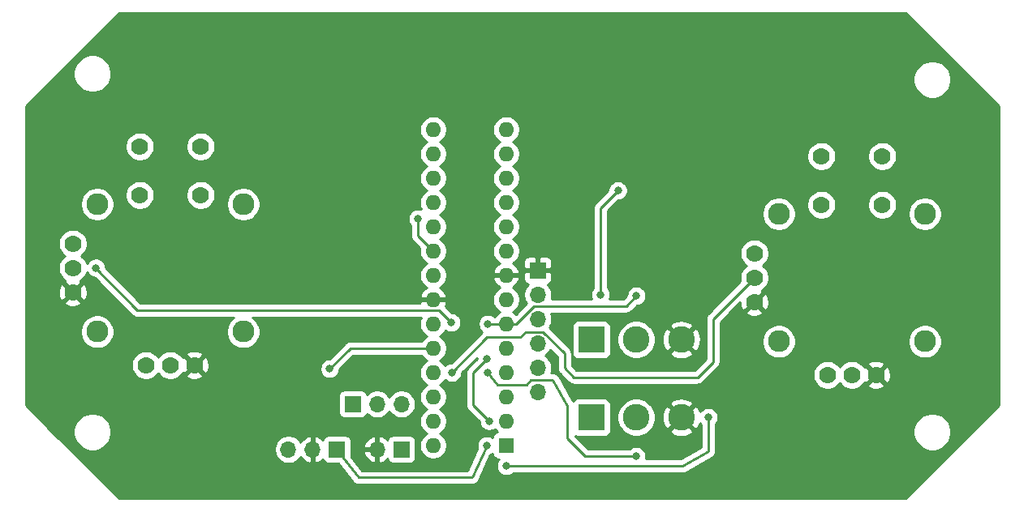
<source format=gbl>
G04 #@! TF.GenerationSoftware,KiCad,Pcbnew,(5.1.12)-1*
G04 #@! TF.CreationDate,2022-10-20T21:18:09-07:00*
G04 #@! TF.ProjectId,Transmisor_de_radio,5472616e-736d-4697-936f-725f64655f72,rev?*
G04 #@! TF.SameCoordinates,Original*
G04 #@! TF.FileFunction,Copper,L2,Bot*
G04 #@! TF.FilePolarity,Positive*
%FSLAX46Y46*%
G04 Gerber Fmt 4.6, Leading zero omitted, Abs format (unit mm)*
G04 Created by KiCad (PCBNEW (5.1.12)-1) date 2022-10-20 21:18:09*
%MOMM*%
%LPD*%
G01*
G04 APERTURE LIST*
G04 #@! TA.AperFunction,ComponentPad*
%ADD10R,1.600000X1.600000*%
G04 #@! TD*
G04 #@! TA.AperFunction,ComponentPad*
%ADD11O,1.600000X1.600000*%
G04 #@! TD*
G04 #@! TA.AperFunction,ComponentPad*
%ADD12C,1.778000*%
G04 #@! TD*
G04 #@! TA.AperFunction,ComponentPad*
%ADD13C,2.286000*%
G04 #@! TD*
G04 #@! TA.AperFunction,ComponentPad*
%ADD14R,1.700000X1.700000*%
G04 #@! TD*
G04 #@! TA.AperFunction,ComponentPad*
%ADD15O,1.700000X1.700000*%
G04 #@! TD*
G04 #@! TA.AperFunction,ComponentPad*
%ADD16C,2.775000*%
G04 #@! TD*
G04 #@! TA.AperFunction,ComponentPad*
%ADD17R,2.775000X2.775000*%
G04 #@! TD*
G04 #@! TA.AperFunction,ViaPad*
%ADD18C,0.800000*%
G04 #@! TD*
G04 #@! TA.AperFunction,Conductor*
%ADD19C,0.250000*%
G04 #@! TD*
G04 #@! TA.AperFunction,Conductor*
%ADD20C,0.254000*%
G04 #@! TD*
G04 #@! TA.AperFunction,Conductor*
%ADD21C,0.150000*%
G04 #@! TD*
G04 APERTURE END LIST*
D10*
X148590000Y-120777000D03*
D11*
X140970000Y-87757000D03*
X148590000Y-118237000D03*
X140970000Y-90297000D03*
X148590000Y-115697000D03*
X140970000Y-92837000D03*
X148590000Y-113157000D03*
X140970000Y-95377000D03*
X148590000Y-110617000D03*
X140970000Y-97917000D03*
X148590000Y-108077000D03*
X140970000Y-100457000D03*
X148590000Y-105537000D03*
X140970000Y-102997000D03*
X148590000Y-102997000D03*
X140970000Y-105537000D03*
X148590000Y-100457000D03*
X140970000Y-108077000D03*
X148590000Y-97917000D03*
X140970000Y-110617000D03*
X148590000Y-95377000D03*
X140970000Y-113157000D03*
X148590000Y-92837000D03*
X140970000Y-115697000D03*
X148590000Y-90297000D03*
X140970000Y-118237000D03*
X148590000Y-87757000D03*
X140970000Y-120777000D03*
D12*
X110363000Y-89535000D03*
X116713000Y-89535000D03*
X110363000Y-94615000D03*
X116713000Y-94615000D03*
X110998000Y-112395000D03*
X113538000Y-112395000D03*
X116078000Y-112395000D03*
D13*
X105918000Y-95567500D03*
X105918000Y-108902500D03*
X121158000Y-108902500D03*
X121158000Y-95567500D03*
D12*
X103378000Y-99695000D03*
X103378000Y-102235000D03*
X103378000Y-104775000D03*
X174498000Y-105791000D03*
X174498000Y-103251000D03*
X174498000Y-100711000D03*
D13*
X192278000Y-96583500D03*
X192278000Y-109918500D03*
X177038000Y-109918500D03*
X177038000Y-96583500D03*
D12*
X187198000Y-113411000D03*
X184658000Y-113411000D03*
X182118000Y-113411000D03*
X187833000Y-95631000D03*
X181483000Y-95631000D03*
X187833000Y-90551000D03*
X181483000Y-90551000D03*
D14*
X137668000Y-121183400D03*
D15*
X135128000Y-121183400D03*
D14*
X151892000Y-102489000D03*
D15*
X151892000Y-105029000D03*
X151892000Y-107569000D03*
X151892000Y-110109000D03*
X151892000Y-112649000D03*
X151892000Y-115189000D03*
X125869700Y-121196100D03*
X128409700Y-121196100D03*
D14*
X130949700Y-121196100D03*
X132588000Y-116459000D03*
D15*
X135128000Y-116459000D03*
X137668000Y-116459000D03*
D16*
X166879000Y-109728000D03*
X162179000Y-109728000D03*
D17*
X157479000Y-109728000D03*
X157479000Y-117856000D03*
D16*
X162179000Y-117856000D03*
X166879000Y-117856000D03*
D18*
X142875000Y-107950000D03*
X105778300Y-102222300D03*
X146558000Y-120777000D03*
X146685000Y-108077000D03*
X162179000Y-105156000D03*
X146812000Y-118237000D03*
X146558000Y-111760000D03*
X146685000Y-113157000D03*
X162153600Y-121920000D03*
X130175000Y-112776000D03*
X169672000Y-117856000D03*
X148590000Y-122936000D03*
X142925800Y-113169700D03*
X142748000Y-85852000D03*
X118491000Y-108966000D03*
X108966000Y-108966000D03*
X109220000Y-99187000D03*
X118618000Y-99060000D03*
X153924000Y-102616000D03*
X154178000Y-98425000D03*
X154178000Y-95758000D03*
X139395200Y-97078800D03*
X160261300Y-94132400D03*
X158432500Y-105029000D03*
D19*
X141587001Y-106662001D02*
X110109000Y-106662001D01*
X142875000Y-107950000D02*
X141587001Y-106662001D01*
X110091001Y-106662001D02*
X105778300Y-102222300D01*
X133184900Y-124142500D02*
X130873500Y-121196100D01*
X145021300Y-124142500D02*
X133184900Y-124142500D01*
X146558000Y-120777000D02*
X145021300Y-124142500D01*
X161130999Y-106204001D02*
X162179000Y-105156000D01*
X151517997Y-106204001D02*
X161130999Y-106204001D01*
X149644998Y-108077000D02*
X151517997Y-106204001D01*
X146685000Y-108077000D02*
X149644998Y-108077000D01*
X146812000Y-118237000D02*
X145161000Y-116586000D01*
X145161000Y-113157000D02*
X146558000Y-111760000D01*
X145161000Y-116586000D02*
X145161000Y-113157000D01*
X147701000Y-114427000D02*
X146685000Y-113157000D01*
X150749000Y-114427000D02*
X147701000Y-114427000D01*
X151162001Y-113919000D02*
X150749000Y-114427000D01*
X153416000Y-113919000D02*
X151162001Y-113919000D01*
X154940000Y-116687268D02*
X153416000Y-113919000D01*
X154940000Y-120015000D02*
X154940000Y-116687268D01*
X156845000Y-121920000D02*
X154940000Y-120015000D01*
X162153600Y-121920000D02*
X156845000Y-121920000D01*
X132334000Y-110617000D02*
X140970000Y-110617000D01*
X130175000Y-112776000D02*
X132334000Y-110617000D01*
X169672000Y-121412000D02*
X169672000Y-117856000D01*
X166996165Y-122936000D02*
X169672000Y-121412000D01*
X148590000Y-122936000D02*
X166996165Y-122936000D01*
X146603501Y-109491999D02*
X150057901Y-109491999D01*
X142925800Y-113169700D02*
X146603501Y-109491999D01*
X152456001Y-108933999D02*
X154673300Y-111151298D01*
X150615901Y-108933999D02*
X152456001Y-108933999D01*
X150057901Y-109491999D02*
X150615901Y-108933999D01*
X154673300Y-111151298D02*
X154673300Y-112712500D01*
X154673300Y-112712500D02*
X155613100Y-113652300D01*
X155613100Y-113652300D02*
X168554400Y-113652300D01*
X168554400Y-113652300D02*
X170167300Y-112039400D01*
X170167300Y-107581700D02*
X174498000Y-103251000D01*
X170167300Y-112039400D02*
X170167300Y-107581700D01*
X139395200Y-98882200D02*
X140970000Y-100457000D01*
X139395200Y-97078800D02*
X139395200Y-98882200D01*
X158432500Y-95961200D02*
X158432500Y-105029000D01*
X160261300Y-94132400D02*
X158432500Y-95961200D01*
D20*
X200000001Y-85363382D02*
X200000000Y-116566619D01*
X190226620Y-126340000D01*
X108223381Y-126340000D01*
X101067876Y-119184495D01*
X103425000Y-119184495D01*
X103425000Y-119575505D01*
X103501282Y-119959003D01*
X103650915Y-120320250D01*
X103868149Y-120645364D01*
X104144636Y-120921851D01*
X104469750Y-121139085D01*
X104830997Y-121288718D01*
X105214495Y-121365000D01*
X105605505Y-121365000D01*
X105989003Y-121288718D01*
X106350250Y-121139085D01*
X106483814Y-121049840D01*
X124384700Y-121049840D01*
X124384700Y-121342360D01*
X124441768Y-121629258D01*
X124553710Y-121899511D01*
X124716225Y-122142732D01*
X124923068Y-122349575D01*
X125166289Y-122512090D01*
X125436542Y-122624032D01*
X125723440Y-122681100D01*
X126015960Y-122681100D01*
X126302858Y-122624032D01*
X126573111Y-122512090D01*
X126816332Y-122349575D01*
X127023175Y-122142732D01*
X127144895Y-121960566D01*
X127214522Y-122077455D01*
X127409431Y-122293688D01*
X127642780Y-122467741D01*
X127905601Y-122592925D01*
X128052810Y-122637576D01*
X128282700Y-122516255D01*
X128282700Y-121323100D01*
X128262700Y-121323100D01*
X128262700Y-121069100D01*
X128282700Y-121069100D01*
X128282700Y-119875945D01*
X128052810Y-119754624D01*
X127905601Y-119799275D01*
X127642780Y-119924459D01*
X127409431Y-120098512D01*
X127214522Y-120314745D01*
X127144895Y-120431634D01*
X127023175Y-120249468D01*
X126816332Y-120042625D01*
X126573111Y-119880110D01*
X126302858Y-119768168D01*
X126015960Y-119711100D01*
X125723440Y-119711100D01*
X125436542Y-119768168D01*
X125166289Y-119880110D01*
X124923068Y-120042625D01*
X124716225Y-120249468D01*
X124553710Y-120492689D01*
X124441768Y-120762942D01*
X124384700Y-121049840D01*
X106483814Y-121049840D01*
X106675364Y-120921851D01*
X106951851Y-120645364D01*
X107169085Y-120320250D01*
X107318718Y-119959003D01*
X107395000Y-119575505D01*
X107395000Y-119184495D01*
X107318718Y-118800997D01*
X107169085Y-118439750D01*
X106951851Y-118114636D01*
X106675364Y-117838149D01*
X106350250Y-117620915D01*
X105989003Y-117471282D01*
X105605505Y-117395000D01*
X105214495Y-117395000D01*
X104830997Y-117471282D01*
X104469750Y-117620915D01*
X104144636Y-117838149D01*
X103868149Y-118114636D01*
X103650915Y-118439750D01*
X103501282Y-118800997D01*
X103425000Y-119184495D01*
X101067876Y-119184495D01*
X98450000Y-116566620D01*
X98450000Y-115609000D01*
X131099928Y-115609000D01*
X131099928Y-117309000D01*
X131112188Y-117433482D01*
X131148498Y-117553180D01*
X131207463Y-117663494D01*
X131286815Y-117760185D01*
X131383506Y-117839537D01*
X131493820Y-117898502D01*
X131613518Y-117934812D01*
X131738000Y-117947072D01*
X133438000Y-117947072D01*
X133562482Y-117934812D01*
X133682180Y-117898502D01*
X133792494Y-117839537D01*
X133889185Y-117760185D01*
X133968537Y-117663494D01*
X134027502Y-117553180D01*
X134049513Y-117480620D01*
X134181368Y-117612475D01*
X134424589Y-117774990D01*
X134694842Y-117886932D01*
X134981740Y-117944000D01*
X135274260Y-117944000D01*
X135561158Y-117886932D01*
X135831411Y-117774990D01*
X136074632Y-117612475D01*
X136281475Y-117405632D01*
X136398000Y-117231240D01*
X136514525Y-117405632D01*
X136721368Y-117612475D01*
X136964589Y-117774990D01*
X137234842Y-117886932D01*
X137521740Y-117944000D01*
X137814260Y-117944000D01*
X138101158Y-117886932D01*
X138371411Y-117774990D01*
X138614632Y-117612475D01*
X138821475Y-117405632D01*
X138983990Y-117162411D01*
X139095932Y-116892158D01*
X139153000Y-116605260D01*
X139153000Y-116312740D01*
X139095932Y-116025842D01*
X138983990Y-115755589D01*
X138821475Y-115512368D01*
X138614632Y-115305525D01*
X138371411Y-115143010D01*
X138101158Y-115031068D01*
X137814260Y-114974000D01*
X137521740Y-114974000D01*
X137234842Y-115031068D01*
X136964589Y-115143010D01*
X136721368Y-115305525D01*
X136514525Y-115512368D01*
X136398000Y-115686760D01*
X136281475Y-115512368D01*
X136074632Y-115305525D01*
X135831411Y-115143010D01*
X135561158Y-115031068D01*
X135274260Y-114974000D01*
X134981740Y-114974000D01*
X134694842Y-115031068D01*
X134424589Y-115143010D01*
X134181368Y-115305525D01*
X134049513Y-115437380D01*
X134027502Y-115364820D01*
X133968537Y-115254506D01*
X133889185Y-115157815D01*
X133792494Y-115078463D01*
X133682180Y-115019498D01*
X133562482Y-114983188D01*
X133438000Y-114970928D01*
X131738000Y-114970928D01*
X131613518Y-114983188D01*
X131493820Y-115019498D01*
X131383506Y-115078463D01*
X131286815Y-115157815D01*
X131207463Y-115254506D01*
X131148498Y-115364820D01*
X131112188Y-115484518D01*
X131099928Y-115609000D01*
X98450000Y-115609000D01*
X98450000Y-112244899D01*
X109474000Y-112244899D01*
X109474000Y-112545101D01*
X109532566Y-112839534D01*
X109647449Y-113116885D01*
X109814232Y-113366493D01*
X110026507Y-113578768D01*
X110276115Y-113745551D01*
X110553466Y-113860434D01*
X110847899Y-113919000D01*
X111148101Y-113919000D01*
X111442534Y-113860434D01*
X111719885Y-113745551D01*
X111969493Y-113578768D01*
X112181768Y-113366493D01*
X112268000Y-113237438D01*
X112354232Y-113366493D01*
X112566507Y-113578768D01*
X112816115Y-113745551D01*
X113093466Y-113860434D01*
X113387899Y-113919000D01*
X113688101Y-113919000D01*
X113982534Y-113860434D01*
X114259885Y-113745551D01*
X114509493Y-113578768D01*
X114637030Y-113451231D01*
X115201374Y-113451231D01*
X115283727Y-113704289D01*
X115554418Y-113834086D01*
X115845230Y-113908580D01*
X116144988Y-113924908D01*
X116442171Y-113882443D01*
X116725359Y-113782816D01*
X116872273Y-113704289D01*
X116954626Y-113451231D01*
X116078000Y-112574605D01*
X115201374Y-113451231D01*
X114637030Y-113451231D01*
X114721768Y-113366493D01*
X114827417Y-113208378D01*
X115021769Y-113271626D01*
X115898395Y-112395000D01*
X116257605Y-112395000D01*
X117134231Y-113271626D01*
X117387289Y-113189273D01*
X117517086Y-112918582D01*
X117591580Y-112627770D01*
X117607908Y-112328012D01*
X117565443Y-112030829D01*
X117465816Y-111747641D01*
X117387289Y-111600727D01*
X117134231Y-111518374D01*
X116257605Y-112395000D01*
X115898395Y-112395000D01*
X115021769Y-111518374D01*
X114827417Y-111581622D01*
X114721768Y-111423507D01*
X114637030Y-111338769D01*
X115201374Y-111338769D01*
X116078000Y-112215395D01*
X116954626Y-111338769D01*
X116872273Y-111085711D01*
X116601582Y-110955914D01*
X116310770Y-110881420D01*
X116011012Y-110865092D01*
X115713829Y-110907557D01*
X115430641Y-111007184D01*
X115283727Y-111085711D01*
X115201374Y-111338769D01*
X114637030Y-111338769D01*
X114509493Y-111211232D01*
X114259885Y-111044449D01*
X113982534Y-110929566D01*
X113688101Y-110871000D01*
X113387899Y-110871000D01*
X113093466Y-110929566D01*
X112816115Y-111044449D01*
X112566507Y-111211232D01*
X112354232Y-111423507D01*
X112268000Y-111552562D01*
X112181768Y-111423507D01*
X111969493Y-111211232D01*
X111719885Y-111044449D01*
X111442534Y-110929566D01*
X111148101Y-110871000D01*
X110847899Y-110871000D01*
X110553466Y-110929566D01*
X110276115Y-111044449D01*
X110026507Y-111211232D01*
X109814232Y-111423507D01*
X109647449Y-111673115D01*
X109532566Y-111950466D01*
X109474000Y-112244899D01*
X98450000Y-112244899D01*
X98450000Y-108727382D01*
X104140000Y-108727382D01*
X104140000Y-109077618D01*
X104208328Y-109421123D01*
X104342357Y-109744699D01*
X104536937Y-110035909D01*
X104784591Y-110283563D01*
X105075801Y-110478143D01*
X105399377Y-110612172D01*
X105742882Y-110680500D01*
X106093118Y-110680500D01*
X106436623Y-110612172D01*
X106760199Y-110478143D01*
X107051409Y-110283563D01*
X107299063Y-110035909D01*
X107493643Y-109744699D01*
X107627672Y-109421123D01*
X107696000Y-109077618D01*
X107696000Y-108727382D01*
X107627672Y-108383877D01*
X107493643Y-108060301D01*
X107299063Y-107769091D01*
X107051409Y-107521437D01*
X106760199Y-107326857D01*
X106436623Y-107192828D01*
X106093118Y-107124500D01*
X105742882Y-107124500D01*
X105399377Y-107192828D01*
X105075801Y-107326857D01*
X104784591Y-107521437D01*
X104536937Y-107769091D01*
X104342357Y-108060301D01*
X104208328Y-108383877D01*
X104140000Y-108727382D01*
X98450000Y-108727382D01*
X98450000Y-105831231D01*
X102501374Y-105831231D01*
X102583727Y-106084289D01*
X102854418Y-106214086D01*
X103145230Y-106288580D01*
X103444988Y-106304908D01*
X103742171Y-106262443D01*
X104025359Y-106162816D01*
X104172273Y-106084289D01*
X104254626Y-105831231D01*
X103378000Y-104954605D01*
X102501374Y-105831231D01*
X98450000Y-105831231D01*
X98450000Y-104841988D01*
X101848092Y-104841988D01*
X101890557Y-105139171D01*
X101990184Y-105422359D01*
X102068711Y-105569273D01*
X102321769Y-105651626D01*
X103198395Y-104775000D01*
X103557605Y-104775000D01*
X104434231Y-105651626D01*
X104687289Y-105569273D01*
X104817086Y-105298582D01*
X104891580Y-105007770D01*
X104907908Y-104708012D01*
X104865443Y-104410829D01*
X104765816Y-104127641D01*
X104687289Y-103980727D01*
X104434231Y-103898374D01*
X103557605Y-104775000D01*
X103198395Y-104775000D01*
X102321769Y-103898374D01*
X102068711Y-103980727D01*
X101938914Y-104251418D01*
X101864420Y-104542230D01*
X101848092Y-104841988D01*
X98450000Y-104841988D01*
X98450000Y-99544899D01*
X101854000Y-99544899D01*
X101854000Y-99845101D01*
X101912566Y-100139534D01*
X102027449Y-100416885D01*
X102194232Y-100666493D01*
X102406507Y-100878768D01*
X102535562Y-100965000D01*
X102406507Y-101051232D01*
X102194232Y-101263507D01*
X102027449Y-101513115D01*
X101912566Y-101790466D01*
X101854000Y-102084899D01*
X101854000Y-102385101D01*
X101912566Y-102679534D01*
X102027449Y-102956885D01*
X102194232Y-103206493D01*
X102406507Y-103418768D01*
X102564622Y-103524417D01*
X102501374Y-103718769D01*
X103378000Y-104595395D01*
X104254626Y-103718769D01*
X104191378Y-103524417D01*
X104349493Y-103418768D01*
X104561768Y-103206493D01*
X104728551Y-102956885D01*
X104843434Y-102679534D01*
X104844726Y-102673038D01*
X104861095Y-102712556D01*
X104974363Y-102882074D01*
X105118526Y-103026237D01*
X105288044Y-103139505D01*
X105476402Y-103217526D01*
X105676361Y-103257300D01*
X105724153Y-103257300D01*
X109571871Y-107218326D01*
X109657556Y-107290752D01*
X109788548Y-107363232D01*
X109931163Y-107408763D01*
X110079920Y-107425597D01*
X110122799Y-107422001D01*
X120173408Y-107422001D01*
X120024591Y-107521437D01*
X119776937Y-107769091D01*
X119582357Y-108060301D01*
X119448328Y-108383877D01*
X119380000Y-108727382D01*
X119380000Y-109077618D01*
X119448328Y-109421123D01*
X119582357Y-109744699D01*
X119776937Y-110035909D01*
X120024591Y-110283563D01*
X120315801Y-110478143D01*
X120639377Y-110612172D01*
X120982882Y-110680500D01*
X121333118Y-110680500D01*
X121676623Y-110612172D01*
X122000199Y-110478143D01*
X122291409Y-110283563D01*
X122539063Y-110035909D01*
X122733643Y-109744699D01*
X122867672Y-109421123D01*
X122936000Y-109077618D01*
X122936000Y-108727382D01*
X122867672Y-108383877D01*
X122733643Y-108060301D01*
X122539063Y-107769091D01*
X122291409Y-107521437D01*
X122142592Y-107422001D01*
X139688077Y-107422001D01*
X139590147Y-107658426D01*
X139535000Y-107935665D01*
X139535000Y-108218335D01*
X139590147Y-108495574D01*
X139698320Y-108756727D01*
X139855363Y-108991759D01*
X140055241Y-109191637D01*
X140287759Y-109347000D01*
X140055241Y-109502363D01*
X139855363Y-109702241D01*
X139751957Y-109857000D01*
X132371322Y-109857000D01*
X132333999Y-109853324D01*
X132296676Y-109857000D01*
X132296667Y-109857000D01*
X132185014Y-109867997D01*
X132054442Y-109907605D01*
X132041753Y-109911454D01*
X131909723Y-109982026D01*
X131848830Y-110032000D01*
X131793999Y-110076999D01*
X131770201Y-110105997D01*
X130135199Y-111741000D01*
X130073061Y-111741000D01*
X129873102Y-111780774D01*
X129684744Y-111858795D01*
X129515226Y-111972063D01*
X129371063Y-112116226D01*
X129257795Y-112285744D01*
X129179774Y-112474102D01*
X129140000Y-112674061D01*
X129140000Y-112877939D01*
X129179774Y-113077898D01*
X129257795Y-113266256D01*
X129371063Y-113435774D01*
X129515226Y-113579937D01*
X129684744Y-113693205D01*
X129873102Y-113771226D01*
X130073061Y-113811000D01*
X130276939Y-113811000D01*
X130476898Y-113771226D01*
X130665256Y-113693205D01*
X130834774Y-113579937D01*
X130978937Y-113435774D01*
X131092205Y-113266256D01*
X131170226Y-113077898D01*
X131210000Y-112877939D01*
X131210000Y-112815801D01*
X132648802Y-111377000D01*
X139751957Y-111377000D01*
X139855363Y-111531759D01*
X140055241Y-111731637D01*
X140287759Y-111887000D01*
X140055241Y-112042363D01*
X139855363Y-112242241D01*
X139698320Y-112477273D01*
X139590147Y-112738426D01*
X139535000Y-113015665D01*
X139535000Y-113298335D01*
X139590147Y-113575574D01*
X139698320Y-113836727D01*
X139855363Y-114071759D01*
X140055241Y-114271637D01*
X140287759Y-114427000D01*
X140055241Y-114582363D01*
X139855363Y-114782241D01*
X139698320Y-115017273D01*
X139590147Y-115278426D01*
X139535000Y-115555665D01*
X139535000Y-115838335D01*
X139590147Y-116115574D01*
X139698320Y-116376727D01*
X139855363Y-116611759D01*
X140055241Y-116811637D01*
X140287759Y-116967000D01*
X140055241Y-117122363D01*
X139855363Y-117322241D01*
X139698320Y-117557273D01*
X139590147Y-117818426D01*
X139535000Y-118095665D01*
X139535000Y-118378335D01*
X139590147Y-118655574D01*
X139698320Y-118916727D01*
X139855363Y-119151759D01*
X140055241Y-119351637D01*
X140287759Y-119507000D01*
X140055241Y-119662363D01*
X139855363Y-119862241D01*
X139698320Y-120097273D01*
X139590147Y-120358426D01*
X139535000Y-120635665D01*
X139535000Y-120918335D01*
X139590147Y-121195574D01*
X139698320Y-121456727D01*
X139855363Y-121691759D01*
X140055241Y-121891637D01*
X140290273Y-122048680D01*
X140551426Y-122156853D01*
X140828665Y-122212000D01*
X141111335Y-122212000D01*
X141388574Y-122156853D01*
X141649727Y-122048680D01*
X141884759Y-121891637D01*
X142084637Y-121691759D01*
X142241680Y-121456727D01*
X142349853Y-121195574D01*
X142405000Y-120918335D01*
X142405000Y-120635665D01*
X142349853Y-120358426D01*
X142241680Y-120097273D01*
X142084637Y-119862241D01*
X141884759Y-119662363D01*
X141652241Y-119507000D01*
X141884759Y-119351637D01*
X142084637Y-119151759D01*
X142241680Y-118916727D01*
X142349853Y-118655574D01*
X142405000Y-118378335D01*
X142405000Y-118095665D01*
X142349853Y-117818426D01*
X142241680Y-117557273D01*
X142084637Y-117322241D01*
X141884759Y-117122363D01*
X141652241Y-116967000D01*
X141884759Y-116811637D01*
X142084637Y-116611759D01*
X142241680Y-116376727D01*
X142349853Y-116115574D01*
X142405000Y-115838335D01*
X142405000Y-115555665D01*
X142349853Y-115278426D01*
X142241680Y-115017273D01*
X142084637Y-114782241D01*
X141884759Y-114582363D01*
X141652241Y-114427000D01*
X141884759Y-114271637D01*
X142084637Y-114071759D01*
X142196593Y-113904204D01*
X142266026Y-113973637D01*
X142435544Y-114086905D01*
X142623902Y-114164926D01*
X142823861Y-114204700D01*
X143027739Y-114204700D01*
X143227698Y-114164926D01*
X143416056Y-114086905D01*
X143585574Y-113973637D01*
X143729737Y-113829474D01*
X143843005Y-113659956D01*
X143921026Y-113471598D01*
X143960800Y-113271639D01*
X143960800Y-113209501D01*
X145525672Y-111644630D01*
X145523000Y-111658061D01*
X145523000Y-111720198D01*
X144649998Y-112593201D01*
X144621000Y-112616999D01*
X144597202Y-112645997D01*
X144597201Y-112645998D01*
X144526026Y-112732724D01*
X144455454Y-112864754D01*
X144443763Y-112903297D01*
X144411998Y-113008014D01*
X144411081Y-113017326D01*
X144397324Y-113157000D01*
X144401001Y-113194332D01*
X144401000Y-116548677D01*
X144397324Y-116586000D01*
X144401000Y-116623322D01*
X144401000Y-116623332D01*
X144411997Y-116734985D01*
X144449054Y-116857147D01*
X144455454Y-116878246D01*
X144526026Y-117010276D01*
X144546165Y-117034815D01*
X144620999Y-117126001D01*
X144650003Y-117149804D01*
X145777000Y-118276802D01*
X145777000Y-118338939D01*
X145816774Y-118538898D01*
X145894795Y-118727256D01*
X146008063Y-118896774D01*
X146152226Y-119040937D01*
X146321744Y-119154205D01*
X146510102Y-119232226D01*
X146710061Y-119272000D01*
X146913939Y-119272000D01*
X147113898Y-119232226D01*
X147302256Y-119154205D01*
X147423062Y-119073485D01*
X147475363Y-119151759D01*
X147673961Y-119350357D01*
X147665518Y-119351188D01*
X147545820Y-119387498D01*
X147435506Y-119446463D01*
X147338815Y-119525815D01*
X147259463Y-119622506D01*
X147200498Y-119732820D01*
X147164188Y-119852518D01*
X147156357Y-119932026D01*
X147048256Y-119859795D01*
X146859898Y-119781774D01*
X146659939Y-119742000D01*
X146456061Y-119742000D01*
X146256102Y-119781774D01*
X146067744Y-119859795D01*
X145898226Y-119973063D01*
X145754063Y-120117226D01*
X145640795Y-120286744D01*
X145562774Y-120475102D01*
X145523000Y-120675061D01*
X145523000Y-120878939D01*
X145562774Y-121078898D01*
X145573192Y-121104048D01*
X144532843Y-123382500D01*
X133554645Y-123382500D01*
X132437772Y-121958795D01*
X132437772Y-121540291D01*
X133686519Y-121540291D01*
X133783843Y-121814652D01*
X133932822Y-122064755D01*
X134127731Y-122280988D01*
X134361080Y-122455041D01*
X134623901Y-122580225D01*
X134771110Y-122624876D01*
X135001000Y-122503555D01*
X135001000Y-121310400D01*
X133807186Y-121310400D01*
X133686519Y-121540291D01*
X132437772Y-121540291D01*
X132437772Y-120826509D01*
X133686519Y-120826509D01*
X133807186Y-121056400D01*
X135001000Y-121056400D01*
X135001000Y-119863245D01*
X135255000Y-119863245D01*
X135255000Y-121056400D01*
X135275000Y-121056400D01*
X135275000Y-121310400D01*
X135255000Y-121310400D01*
X135255000Y-122503555D01*
X135484890Y-122624876D01*
X135632099Y-122580225D01*
X135894920Y-122455041D01*
X136128269Y-122280988D01*
X136204034Y-122196934D01*
X136228498Y-122277580D01*
X136287463Y-122387894D01*
X136366815Y-122484585D01*
X136463506Y-122563937D01*
X136573820Y-122622902D01*
X136693518Y-122659212D01*
X136818000Y-122671472D01*
X138518000Y-122671472D01*
X138642482Y-122659212D01*
X138762180Y-122622902D01*
X138872494Y-122563937D01*
X138969185Y-122484585D01*
X139048537Y-122387894D01*
X139107502Y-122277580D01*
X139143812Y-122157882D01*
X139156072Y-122033400D01*
X139156072Y-120333400D01*
X139143812Y-120208918D01*
X139107502Y-120089220D01*
X139048537Y-119978906D01*
X138969185Y-119882215D01*
X138872494Y-119802863D01*
X138762180Y-119743898D01*
X138642482Y-119707588D01*
X138518000Y-119695328D01*
X136818000Y-119695328D01*
X136693518Y-119707588D01*
X136573820Y-119743898D01*
X136463506Y-119802863D01*
X136366815Y-119882215D01*
X136287463Y-119978906D01*
X136228498Y-120089220D01*
X136204034Y-120169866D01*
X136128269Y-120085812D01*
X135894920Y-119911759D01*
X135632099Y-119786575D01*
X135484890Y-119741924D01*
X135255000Y-119863245D01*
X135001000Y-119863245D01*
X134771110Y-119741924D01*
X134623901Y-119786575D01*
X134361080Y-119911759D01*
X134127731Y-120085812D01*
X133932822Y-120302045D01*
X133783843Y-120552148D01*
X133686519Y-120826509D01*
X132437772Y-120826509D01*
X132437772Y-120346100D01*
X132425512Y-120221618D01*
X132389202Y-120101920D01*
X132330237Y-119991606D01*
X132250885Y-119894915D01*
X132154194Y-119815563D01*
X132043880Y-119756598D01*
X131924182Y-119720288D01*
X131799700Y-119708028D01*
X130099700Y-119708028D01*
X129975218Y-119720288D01*
X129855520Y-119756598D01*
X129745206Y-119815563D01*
X129648515Y-119894915D01*
X129569163Y-119991606D01*
X129510198Y-120101920D01*
X129485734Y-120182566D01*
X129409969Y-120098512D01*
X129176620Y-119924459D01*
X128913799Y-119799275D01*
X128766590Y-119754624D01*
X128536700Y-119875945D01*
X128536700Y-121069100D01*
X128556700Y-121069100D01*
X128556700Y-121323100D01*
X128536700Y-121323100D01*
X128536700Y-122516255D01*
X128766590Y-122637576D01*
X128913799Y-122592925D01*
X129176620Y-122467741D01*
X129409969Y-122293688D01*
X129485734Y-122209634D01*
X129510198Y-122290280D01*
X129569163Y-122400594D01*
X129648515Y-122497285D01*
X129745206Y-122576637D01*
X129855520Y-122635602D01*
X129975218Y-122671912D01*
X130099700Y-122684172D01*
X131074916Y-122684172D01*
X132545948Y-124559334D01*
X132549926Y-124566776D01*
X132592102Y-124618168D01*
X132609983Y-124640961D01*
X132615778Y-124647017D01*
X132644899Y-124682501D01*
X132667416Y-124700980D01*
X132687550Y-124722021D01*
X132725143Y-124748356D01*
X132760624Y-124777474D01*
X132786307Y-124791202D01*
X132810165Y-124807915D01*
X132852171Y-124826408D01*
X132892653Y-124848046D01*
X132920533Y-124856503D01*
X132947182Y-124868235D01*
X132991980Y-124878176D01*
X133035914Y-124891503D01*
X133064903Y-124894358D01*
X133093333Y-124900667D01*
X133139211Y-124901677D01*
X133147567Y-124902500D01*
X133176595Y-124902500D01*
X133243004Y-124903962D01*
X133251305Y-124902500D01*
X144970382Y-124902500D01*
X144994094Y-124905692D01*
X145045064Y-124902500D01*
X145058633Y-124902500D01*
X145082325Y-124900167D01*
X145143507Y-124896335D01*
X145156699Y-124892841D01*
X145170286Y-124891503D01*
X145228987Y-124873696D01*
X145288225Y-124858008D01*
X145300474Y-124852011D01*
X145313547Y-124848046D01*
X145367657Y-124819123D01*
X145422685Y-124792185D01*
X145433533Y-124783911D01*
X145445576Y-124777474D01*
X145492983Y-124738568D01*
X145541720Y-124701396D01*
X145550748Y-124691161D01*
X145561301Y-124682501D01*
X145600206Y-124635096D01*
X145640755Y-124589128D01*
X145647612Y-124577330D01*
X145656274Y-124566776D01*
X145685183Y-124512691D01*
X145697135Y-124492129D01*
X145702765Y-124479798D01*
X145726846Y-124434747D01*
X145733793Y-124411844D01*
X146957515Y-121731791D01*
X147048256Y-121694205D01*
X147156357Y-121621974D01*
X147164188Y-121701482D01*
X147200498Y-121821180D01*
X147259463Y-121931494D01*
X147338815Y-122028185D01*
X147435506Y-122107537D01*
X147545820Y-122166502D01*
X147665518Y-122202812D01*
X147790000Y-122215072D01*
X147847217Y-122215072D01*
X147786063Y-122276226D01*
X147672795Y-122445744D01*
X147594774Y-122634102D01*
X147555000Y-122834061D01*
X147555000Y-123037939D01*
X147594774Y-123237898D01*
X147672795Y-123426256D01*
X147786063Y-123595774D01*
X147930226Y-123739937D01*
X148099744Y-123853205D01*
X148288102Y-123931226D01*
X148488061Y-123971000D01*
X148691939Y-123971000D01*
X148891898Y-123931226D01*
X149080256Y-123853205D01*
X149249774Y-123739937D01*
X149293711Y-123696000D01*
X166931610Y-123696000D01*
X166941742Y-123697734D01*
X167006325Y-123696000D01*
X167033498Y-123696000D01*
X167043681Y-123694997D01*
X167091393Y-123693716D01*
X167117996Y-123687678D01*
X167145151Y-123685003D01*
X167190844Y-123671142D01*
X167237387Y-123660578D01*
X167262295Y-123649468D01*
X167288412Y-123641546D01*
X167330521Y-123619038D01*
X167339850Y-123614877D01*
X167363423Y-123601451D01*
X167420441Y-123570974D01*
X167428393Y-123564448D01*
X170039285Y-122077436D01*
X170096275Y-122046974D01*
X170133170Y-122016695D01*
X170172144Y-121989112D01*
X170190913Y-121969308D01*
X170212001Y-121952001D01*
X170242283Y-121915103D01*
X170275123Y-121880450D01*
X170289668Y-121857364D01*
X170306974Y-121836276D01*
X170329479Y-121794174D01*
X170354924Y-121753785D01*
X170364682Y-121728314D01*
X170377546Y-121704247D01*
X170391408Y-121658551D01*
X170408480Y-121613986D01*
X170413081Y-121587102D01*
X170421003Y-121560986D01*
X170425684Y-121513463D01*
X170433734Y-121466424D01*
X170432000Y-121401840D01*
X170432000Y-119184495D01*
X191055000Y-119184495D01*
X191055000Y-119575505D01*
X191131282Y-119959003D01*
X191280915Y-120320250D01*
X191498149Y-120645364D01*
X191774636Y-120921851D01*
X192099750Y-121139085D01*
X192460997Y-121288718D01*
X192844495Y-121365000D01*
X193235505Y-121365000D01*
X193619003Y-121288718D01*
X193980250Y-121139085D01*
X194305364Y-120921851D01*
X194581851Y-120645364D01*
X194799085Y-120320250D01*
X194948718Y-119959003D01*
X195025000Y-119575505D01*
X195025000Y-119184495D01*
X194948718Y-118800997D01*
X194799085Y-118439750D01*
X194581851Y-118114636D01*
X194305364Y-117838149D01*
X193980250Y-117620915D01*
X193619003Y-117471282D01*
X193235505Y-117395000D01*
X192844495Y-117395000D01*
X192460997Y-117471282D01*
X192099750Y-117620915D01*
X191774636Y-117838149D01*
X191498149Y-118114636D01*
X191280915Y-118439750D01*
X191131282Y-118800997D01*
X191055000Y-119184495D01*
X170432000Y-119184495D01*
X170432000Y-118559711D01*
X170475937Y-118515774D01*
X170589205Y-118346256D01*
X170667226Y-118157898D01*
X170707000Y-117957939D01*
X170707000Y-117754061D01*
X170667226Y-117554102D01*
X170589205Y-117365744D01*
X170475937Y-117196226D01*
X170331774Y-117052063D01*
X170162256Y-116938795D01*
X169973898Y-116860774D01*
X169773939Y-116821000D01*
X169570061Y-116821000D01*
X169370102Y-116860774D01*
X169181744Y-116938795D01*
X169012226Y-117052063D01*
X168868063Y-117196226D01*
X168816478Y-117273428D01*
X168737990Y-117034815D01*
X168594590Y-116766532D01*
X168290546Y-116624059D01*
X167058605Y-117856000D01*
X168290546Y-119087941D01*
X168594590Y-118945468D01*
X168774170Y-118589839D01*
X168816310Y-118438320D01*
X168868063Y-118515774D01*
X168912001Y-118559712D01*
X168912000Y-120970232D01*
X166794916Y-122176000D01*
X163157956Y-122176000D01*
X163188600Y-122021939D01*
X163188600Y-121818061D01*
X163148826Y-121618102D01*
X163070805Y-121429744D01*
X162957537Y-121260226D01*
X162813374Y-121116063D01*
X162643856Y-121002795D01*
X162455498Y-120924774D01*
X162255539Y-120885000D01*
X162051661Y-120885000D01*
X161851702Y-120924774D01*
X161663344Y-121002795D01*
X161493826Y-121116063D01*
X161449889Y-121160000D01*
X157159802Y-121160000D01*
X155816133Y-119816332D01*
X155847320Y-119833002D01*
X155967018Y-119869312D01*
X156091500Y-119881572D01*
X158866500Y-119881572D01*
X158990982Y-119869312D01*
X159110680Y-119833002D01*
X159220994Y-119774037D01*
X159317685Y-119694685D01*
X159397037Y-119597994D01*
X159456002Y-119487680D01*
X159492312Y-119367982D01*
X159504572Y-119243500D01*
X159504572Y-117656801D01*
X160156500Y-117656801D01*
X160156500Y-118055199D01*
X160234224Y-118445941D01*
X160386684Y-118814013D01*
X160608022Y-119145269D01*
X160889731Y-119426978D01*
X161220987Y-119648316D01*
X161589059Y-119800776D01*
X161979801Y-119878500D01*
X162378199Y-119878500D01*
X162768941Y-119800776D01*
X163137013Y-119648316D01*
X163468269Y-119426978D01*
X163627701Y-119267546D01*
X165647059Y-119267546D01*
X165789532Y-119571590D01*
X166145161Y-119751170D01*
X166528991Y-119857920D01*
X166926272Y-119887737D01*
X167321735Y-119839476D01*
X167700185Y-119714990D01*
X167968468Y-119571590D01*
X168110941Y-119267546D01*
X166879000Y-118035605D01*
X165647059Y-119267546D01*
X163627701Y-119267546D01*
X163749978Y-119145269D01*
X163971316Y-118814013D01*
X164123776Y-118445941D01*
X164201500Y-118055199D01*
X164201500Y-117903272D01*
X164847263Y-117903272D01*
X164895524Y-118298735D01*
X165020010Y-118677185D01*
X165163410Y-118945468D01*
X165467454Y-119087941D01*
X166699395Y-117856000D01*
X165467454Y-116624059D01*
X165163410Y-116766532D01*
X164983830Y-117122161D01*
X164877080Y-117505991D01*
X164847263Y-117903272D01*
X164201500Y-117903272D01*
X164201500Y-117656801D01*
X164123776Y-117266059D01*
X163971316Y-116897987D01*
X163749978Y-116566731D01*
X163627701Y-116444454D01*
X165647059Y-116444454D01*
X166879000Y-117676395D01*
X168110941Y-116444454D01*
X167968468Y-116140410D01*
X167612839Y-115960830D01*
X167229009Y-115854080D01*
X166831728Y-115824263D01*
X166436265Y-115872524D01*
X166057815Y-115997010D01*
X165789532Y-116140410D01*
X165647059Y-116444454D01*
X163627701Y-116444454D01*
X163468269Y-116285022D01*
X163137013Y-116063684D01*
X162768941Y-115911224D01*
X162378199Y-115833500D01*
X161979801Y-115833500D01*
X161589059Y-115911224D01*
X161220987Y-116063684D01*
X160889731Y-116285022D01*
X160608022Y-116566731D01*
X160386684Y-116897987D01*
X160234224Y-117266059D01*
X160156500Y-117656801D01*
X159504572Y-117656801D01*
X159504572Y-116468500D01*
X159492312Y-116344018D01*
X159456002Y-116224320D01*
X159397037Y-116114006D01*
X159317685Y-116017315D01*
X159220994Y-115937963D01*
X159110680Y-115878998D01*
X158990982Y-115842688D01*
X158866500Y-115830428D01*
X156091500Y-115830428D01*
X155967018Y-115842688D01*
X155847320Y-115878998D01*
X155737006Y-115937963D01*
X155640315Y-116017315D01*
X155560963Y-116114006D01*
X155526972Y-116177598D01*
X154084083Y-113556666D01*
X154050974Y-113494724D01*
X154024179Y-113462075D01*
X154000291Y-113427263D01*
X153976813Y-113404359D01*
X153956001Y-113378999D01*
X153923358Y-113352210D01*
X153893131Y-113322721D01*
X153865633Y-113304836D01*
X153840276Y-113284026D01*
X153803024Y-113264114D01*
X153767634Y-113241096D01*
X153737191Y-113228925D01*
X153708247Y-113213454D01*
X153667819Y-113201190D01*
X153628625Y-113185521D01*
X153596385Y-113179522D01*
X153564986Y-113169997D01*
X153522953Y-113165857D01*
X153481445Y-113158133D01*
X153411329Y-113159000D01*
X153288103Y-113159000D01*
X153319932Y-113082158D01*
X153377000Y-112795260D01*
X153377000Y-112502740D01*
X153319932Y-112215842D01*
X153207990Y-111945589D01*
X153045475Y-111702368D01*
X152838632Y-111495525D01*
X152664240Y-111379000D01*
X152838632Y-111262475D01*
X153045475Y-111055632D01*
X153207990Y-110812411D01*
X153223110Y-110775909D01*
X153913300Y-111466100D01*
X153913301Y-112675168D01*
X153909624Y-112712500D01*
X153913301Y-112749833D01*
X153924298Y-112861486D01*
X153926214Y-112867802D01*
X153967754Y-113004746D01*
X154038326Y-113136776D01*
X154081410Y-113189273D01*
X154133300Y-113252501D01*
X154162298Y-113276299D01*
X155049301Y-114163303D01*
X155073099Y-114192301D01*
X155102097Y-114216099D01*
X155188823Y-114287274D01*
X155320853Y-114357846D01*
X155464114Y-114401303D01*
X155575767Y-114412300D01*
X155575777Y-114412300D01*
X155613100Y-114415976D01*
X155650423Y-114412300D01*
X168517078Y-114412300D01*
X168554400Y-114415976D01*
X168591722Y-114412300D01*
X168591733Y-114412300D01*
X168703386Y-114401303D01*
X168846647Y-114357846D01*
X168978676Y-114287274D01*
X169094401Y-114192301D01*
X169118204Y-114163297D01*
X170020602Y-113260899D01*
X180594000Y-113260899D01*
X180594000Y-113561101D01*
X180652566Y-113855534D01*
X180767449Y-114132885D01*
X180934232Y-114382493D01*
X181146507Y-114594768D01*
X181396115Y-114761551D01*
X181673466Y-114876434D01*
X181967899Y-114935000D01*
X182268101Y-114935000D01*
X182562534Y-114876434D01*
X182839885Y-114761551D01*
X183089493Y-114594768D01*
X183301768Y-114382493D01*
X183388000Y-114253438D01*
X183474232Y-114382493D01*
X183686507Y-114594768D01*
X183936115Y-114761551D01*
X184213466Y-114876434D01*
X184507899Y-114935000D01*
X184808101Y-114935000D01*
X185102534Y-114876434D01*
X185379885Y-114761551D01*
X185629493Y-114594768D01*
X185757030Y-114467231D01*
X186321374Y-114467231D01*
X186403727Y-114720289D01*
X186674418Y-114850086D01*
X186965230Y-114924580D01*
X187264988Y-114940908D01*
X187562171Y-114898443D01*
X187845359Y-114798816D01*
X187992273Y-114720289D01*
X188074626Y-114467231D01*
X187198000Y-113590605D01*
X186321374Y-114467231D01*
X185757030Y-114467231D01*
X185841768Y-114382493D01*
X185947417Y-114224378D01*
X186141769Y-114287626D01*
X187018395Y-113411000D01*
X187377605Y-113411000D01*
X188254231Y-114287626D01*
X188507289Y-114205273D01*
X188637086Y-113934582D01*
X188711580Y-113643770D01*
X188727908Y-113344012D01*
X188685443Y-113046829D01*
X188585816Y-112763641D01*
X188507289Y-112616727D01*
X188254231Y-112534374D01*
X187377605Y-113411000D01*
X187018395Y-113411000D01*
X186141769Y-112534374D01*
X185947417Y-112597622D01*
X185841768Y-112439507D01*
X185757030Y-112354769D01*
X186321374Y-112354769D01*
X187198000Y-113231395D01*
X188074626Y-112354769D01*
X187992273Y-112101711D01*
X187721582Y-111971914D01*
X187430770Y-111897420D01*
X187131012Y-111881092D01*
X186833829Y-111923557D01*
X186550641Y-112023184D01*
X186403727Y-112101711D01*
X186321374Y-112354769D01*
X185757030Y-112354769D01*
X185629493Y-112227232D01*
X185379885Y-112060449D01*
X185102534Y-111945566D01*
X184808101Y-111887000D01*
X184507899Y-111887000D01*
X184213466Y-111945566D01*
X183936115Y-112060449D01*
X183686507Y-112227232D01*
X183474232Y-112439507D01*
X183388000Y-112568562D01*
X183301768Y-112439507D01*
X183089493Y-112227232D01*
X182839885Y-112060449D01*
X182562534Y-111945566D01*
X182268101Y-111887000D01*
X181967899Y-111887000D01*
X181673466Y-111945566D01*
X181396115Y-112060449D01*
X181146507Y-112227232D01*
X180934232Y-112439507D01*
X180767449Y-112689115D01*
X180652566Y-112966466D01*
X180594000Y-113260899D01*
X170020602Y-113260899D01*
X170678304Y-112603198D01*
X170707301Y-112579401D01*
X170744254Y-112534374D01*
X170802274Y-112463677D01*
X170872846Y-112331647D01*
X170899160Y-112244899D01*
X170916303Y-112188386D01*
X170927300Y-112076733D01*
X170927300Y-112076724D01*
X170930976Y-112039401D01*
X170927300Y-112002078D01*
X170927300Y-109743382D01*
X175260000Y-109743382D01*
X175260000Y-110093618D01*
X175328328Y-110437123D01*
X175462357Y-110760699D01*
X175656937Y-111051909D01*
X175904591Y-111299563D01*
X176195801Y-111494143D01*
X176519377Y-111628172D01*
X176862882Y-111696500D01*
X177213118Y-111696500D01*
X177556623Y-111628172D01*
X177880199Y-111494143D01*
X178171409Y-111299563D01*
X178419063Y-111051909D01*
X178613643Y-110760699D01*
X178747672Y-110437123D01*
X178816000Y-110093618D01*
X178816000Y-109743382D01*
X190500000Y-109743382D01*
X190500000Y-110093618D01*
X190568328Y-110437123D01*
X190702357Y-110760699D01*
X190896937Y-111051909D01*
X191144591Y-111299563D01*
X191435801Y-111494143D01*
X191759377Y-111628172D01*
X192102882Y-111696500D01*
X192453118Y-111696500D01*
X192796623Y-111628172D01*
X193120199Y-111494143D01*
X193411409Y-111299563D01*
X193659063Y-111051909D01*
X193853643Y-110760699D01*
X193987672Y-110437123D01*
X194056000Y-110093618D01*
X194056000Y-109743382D01*
X193987672Y-109399877D01*
X193853643Y-109076301D01*
X193659063Y-108785091D01*
X193411409Y-108537437D01*
X193120199Y-108342857D01*
X192796623Y-108208828D01*
X192453118Y-108140500D01*
X192102882Y-108140500D01*
X191759377Y-108208828D01*
X191435801Y-108342857D01*
X191144591Y-108537437D01*
X190896937Y-108785091D01*
X190702357Y-109076301D01*
X190568328Y-109399877D01*
X190500000Y-109743382D01*
X178816000Y-109743382D01*
X178747672Y-109399877D01*
X178613643Y-109076301D01*
X178419063Y-108785091D01*
X178171409Y-108537437D01*
X177880199Y-108342857D01*
X177556623Y-108208828D01*
X177213118Y-108140500D01*
X176862882Y-108140500D01*
X176519377Y-108208828D01*
X176195801Y-108342857D01*
X175904591Y-108537437D01*
X175656937Y-108785091D01*
X175462357Y-109076301D01*
X175328328Y-109399877D01*
X175260000Y-109743382D01*
X170927300Y-109743382D01*
X170927300Y-107896501D01*
X171976570Y-106847231D01*
X173621374Y-106847231D01*
X173703727Y-107100289D01*
X173974418Y-107230086D01*
X174265230Y-107304580D01*
X174564988Y-107320908D01*
X174862171Y-107278443D01*
X175145359Y-107178816D01*
X175292273Y-107100289D01*
X175374626Y-106847231D01*
X174498000Y-105970605D01*
X173621374Y-106847231D01*
X171976570Y-106847231D01*
X172968223Y-105855578D01*
X172968092Y-105857988D01*
X173010557Y-106155171D01*
X173110184Y-106438359D01*
X173188711Y-106585273D01*
X173441769Y-106667626D01*
X174318395Y-105791000D01*
X174677605Y-105791000D01*
X175554231Y-106667626D01*
X175807289Y-106585273D01*
X175937086Y-106314582D01*
X176011580Y-106023770D01*
X176027908Y-105724012D01*
X175985443Y-105426829D01*
X175885816Y-105143641D01*
X175807289Y-104996727D01*
X175554231Y-104914374D01*
X174677605Y-105791000D01*
X174318395Y-105791000D01*
X174304253Y-105776858D01*
X174483858Y-105597253D01*
X174498000Y-105611395D01*
X175374626Y-104734769D01*
X175311378Y-104540417D01*
X175469493Y-104434768D01*
X175681768Y-104222493D01*
X175848551Y-103972885D01*
X175963434Y-103695534D01*
X176022000Y-103401101D01*
X176022000Y-103100899D01*
X175963434Y-102806466D01*
X175848551Y-102529115D01*
X175681768Y-102279507D01*
X175469493Y-102067232D01*
X175340438Y-101981000D01*
X175469493Y-101894768D01*
X175681768Y-101682493D01*
X175848551Y-101432885D01*
X175963434Y-101155534D01*
X176022000Y-100861101D01*
X176022000Y-100560899D01*
X175963434Y-100266466D01*
X175848551Y-99989115D01*
X175681768Y-99739507D01*
X175469493Y-99527232D01*
X175219885Y-99360449D01*
X174942534Y-99245566D01*
X174648101Y-99187000D01*
X174347899Y-99187000D01*
X174053466Y-99245566D01*
X173776115Y-99360449D01*
X173526507Y-99527232D01*
X173314232Y-99739507D01*
X173147449Y-99989115D01*
X173032566Y-100266466D01*
X172974000Y-100560899D01*
X172974000Y-100861101D01*
X173032566Y-101155534D01*
X173147449Y-101432885D01*
X173314232Y-101682493D01*
X173526507Y-101894768D01*
X173655562Y-101981000D01*
X173526507Y-102067232D01*
X173314232Y-102279507D01*
X173147449Y-102529115D01*
X173032566Y-102806466D01*
X172974000Y-103100899D01*
X172974000Y-103401101D01*
X173023623Y-103650575D01*
X169656298Y-107017901D01*
X169627300Y-107041699D01*
X169603502Y-107070697D01*
X169603501Y-107070698D01*
X169532326Y-107157424D01*
X169461754Y-107289454D01*
X169418298Y-107432715D01*
X169403624Y-107581700D01*
X169407301Y-107619032D01*
X169407300Y-111724598D01*
X168239599Y-112892300D01*
X155927902Y-112892300D01*
X155433300Y-112397699D01*
X155433300Y-111188620D01*
X155436976Y-111151297D01*
X155433300Y-111113974D01*
X155433300Y-111113965D01*
X155422303Y-111002312D01*
X155378846Y-110859051D01*
X155308274Y-110727022D01*
X155213301Y-110611297D01*
X155184304Y-110587500D01*
X153072295Y-108475492D01*
X153162494Y-108340500D01*
X155453428Y-108340500D01*
X155453428Y-111115500D01*
X155465688Y-111239982D01*
X155501998Y-111359680D01*
X155560963Y-111469994D01*
X155640315Y-111566685D01*
X155737006Y-111646037D01*
X155847320Y-111705002D01*
X155967018Y-111741312D01*
X156091500Y-111753572D01*
X158866500Y-111753572D01*
X158990982Y-111741312D01*
X159110680Y-111705002D01*
X159220994Y-111646037D01*
X159317685Y-111566685D01*
X159397037Y-111469994D01*
X159456002Y-111359680D01*
X159492312Y-111239982D01*
X159504572Y-111115500D01*
X159504572Y-109528801D01*
X160156500Y-109528801D01*
X160156500Y-109927199D01*
X160234224Y-110317941D01*
X160386684Y-110686013D01*
X160608022Y-111017269D01*
X160889731Y-111298978D01*
X161220987Y-111520316D01*
X161589059Y-111672776D01*
X161979801Y-111750500D01*
X162378199Y-111750500D01*
X162768941Y-111672776D01*
X163137013Y-111520316D01*
X163468269Y-111298978D01*
X163627701Y-111139546D01*
X165647059Y-111139546D01*
X165789532Y-111443590D01*
X166145161Y-111623170D01*
X166528991Y-111729920D01*
X166926272Y-111759737D01*
X167321735Y-111711476D01*
X167700185Y-111586990D01*
X167968468Y-111443590D01*
X168110941Y-111139546D01*
X166879000Y-109907605D01*
X165647059Y-111139546D01*
X163627701Y-111139546D01*
X163749978Y-111017269D01*
X163971316Y-110686013D01*
X164123776Y-110317941D01*
X164201500Y-109927199D01*
X164201500Y-109775272D01*
X164847263Y-109775272D01*
X164895524Y-110170735D01*
X165020010Y-110549185D01*
X165163410Y-110817468D01*
X165467454Y-110959941D01*
X166699395Y-109728000D01*
X167058605Y-109728000D01*
X168290546Y-110959941D01*
X168594590Y-110817468D01*
X168774170Y-110461839D01*
X168880920Y-110078009D01*
X168910737Y-109680728D01*
X168862476Y-109285265D01*
X168737990Y-108906815D01*
X168594590Y-108638532D01*
X168290546Y-108496059D01*
X167058605Y-109728000D01*
X166699395Y-109728000D01*
X165467454Y-108496059D01*
X165163410Y-108638532D01*
X164983830Y-108994161D01*
X164877080Y-109377991D01*
X164847263Y-109775272D01*
X164201500Y-109775272D01*
X164201500Y-109528801D01*
X164123776Y-109138059D01*
X163971316Y-108769987D01*
X163749978Y-108438731D01*
X163627701Y-108316454D01*
X165647059Y-108316454D01*
X166879000Y-109548395D01*
X168110941Y-108316454D01*
X167968468Y-108012410D01*
X167612839Y-107832830D01*
X167229009Y-107726080D01*
X166831728Y-107696263D01*
X166436265Y-107744524D01*
X166057815Y-107869010D01*
X165789532Y-108012410D01*
X165647059Y-108316454D01*
X163627701Y-108316454D01*
X163468269Y-108157022D01*
X163137013Y-107935684D01*
X162768941Y-107783224D01*
X162378199Y-107705500D01*
X161979801Y-107705500D01*
X161589059Y-107783224D01*
X161220987Y-107935684D01*
X160889731Y-108157022D01*
X160608022Y-108438731D01*
X160386684Y-108769987D01*
X160234224Y-109138059D01*
X160156500Y-109528801D01*
X159504572Y-109528801D01*
X159504572Y-108340500D01*
X159492312Y-108216018D01*
X159456002Y-108096320D01*
X159397037Y-107986006D01*
X159317685Y-107889315D01*
X159220994Y-107809963D01*
X159110680Y-107750998D01*
X158990982Y-107714688D01*
X158866500Y-107702428D01*
X156091500Y-107702428D01*
X155967018Y-107714688D01*
X155847320Y-107750998D01*
X155737006Y-107809963D01*
X155640315Y-107889315D01*
X155560963Y-107986006D01*
X155501998Y-108096320D01*
X155465688Y-108216018D01*
X155453428Y-108340500D01*
X153162494Y-108340500D01*
X153207990Y-108272411D01*
X153319932Y-108002158D01*
X153377000Y-107715260D01*
X153377000Y-107422740D01*
X153319932Y-107135842D01*
X153248753Y-106964001D01*
X161093677Y-106964001D01*
X161130999Y-106967677D01*
X161168321Y-106964001D01*
X161168332Y-106964001D01*
X161279985Y-106953004D01*
X161423246Y-106909547D01*
X161555275Y-106838975D01*
X161671000Y-106744002D01*
X161694803Y-106714999D01*
X162218802Y-106191000D01*
X162280939Y-106191000D01*
X162480898Y-106151226D01*
X162669256Y-106073205D01*
X162838774Y-105959937D01*
X162982937Y-105815774D01*
X163096205Y-105646256D01*
X163174226Y-105457898D01*
X163214000Y-105257939D01*
X163214000Y-105054061D01*
X163174226Y-104854102D01*
X163096205Y-104665744D01*
X162982937Y-104496226D01*
X162838774Y-104352063D01*
X162669256Y-104238795D01*
X162480898Y-104160774D01*
X162280939Y-104121000D01*
X162077061Y-104121000D01*
X161877102Y-104160774D01*
X161688744Y-104238795D01*
X161519226Y-104352063D01*
X161375063Y-104496226D01*
X161261795Y-104665744D01*
X161183774Y-104854102D01*
X161144000Y-105054061D01*
X161144000Y-105116198D01*
X160816198Y-105444001D01*
X159380877Y-105444001D01*
X159427726Y-105330898D01*
X159467500Y-105130939D01*
X159467500Y-104927061D01*
X159427726Y-104727102D01*
X159349705Y-104538744D01*
X159236437Y-104369226D01*
X159192500Y-104325289D01*
X159192500Y-96408382D01*
X175260000Y-96408382D01*
X175260000Y-96758618D01*
X175328328Y-97102123D01*
X175462357Y-97425699D01*
X175656937Y-97716909D01*
X175904591Y-97964563D01*
X176195801Y-98159143D01*
X176519377Y-98293172D01*
X176862882Y-98361500D01*
X177213118Y-98361500D01*
X177556623Y-98293172D01*
X177880199Y-98159143D01*
X178171409Y-97964563D01*
X178419063Y-97716909D01*
X178613643Y-97425699D01*
X178747672Y-97102123D01*
X178816000Y-96758618D01*
X178816000Y-96408382D01*
X178747672Y-96064877D01*
X178613643Y-95741301D01*
X178439649Y-95480899D01*
X179959000Y-95480899D01*
X179959000Y-95781101D01*
X180017566Y-96075534D01*
X180132449Y-96352885D01*
X180299232Y-96602493D01*
X180511507Y-96814768D01*
X180761115Y-96981551D01*
X181038466Y-97096434D01*
X181332899Y-97155000D01*
X181633101Y-97155000D01*
X181927534Y-97096434D01*
X182204885Y-96981551D01*
X182454493Y-96814768D01*
X182666768Y-96602493D01*
X182833551Y-96352885D01*
X182948434Y-96075534D01*
X183007000Y-95781101D01*
X183007000Y-95480899D01*
X186309000Y-95480899D01*
X186309000Y-95781101D01*
X186367566Y-96075534D01*
X186482449Y-96352885D01*
X186649232Y-96602493D01*
X186861507Y-96814768D01*
X187111115Y-96981551D01*
X187388466Y-97096434D01*
X187682899Y-97155000D01*
X187983101Y-97155000D01*
X188277534Y-97096434D01*
X188554885Y-96981551D01*
X188804493Y-96814768D01*
X189016768Y-96602493D01*
X189146469Y-96408382D01*
X190500000Y-96408382D01*
X190500000Y-96758618D01*
X190568328Y-97102123D01*
X190702357Y-97425699D01*
X190896937Y-97716909D01*
X191144591Y-97964563D01*
X191435801Y-98159143D01*
X191759377Y-98293172D01*
X192102882Y-98361500D01*
X192453118Y-98361500D01*
X192796623Y-98293172D01*
X193120199Y-98159143D01*
X193411409Y-97964563D01*
X193659063Y-97716909D01*
X193853643Y-97425699D01*
X193987672Y-97102123D01*
X194056000Y-96758618D01*
X194056000Y-96408382D01*
X193987672Y-96064877D01*
X193853643Y-95741301D01*
X193659063Y-95450091D01*
X193411409Y-95202437D01*
X193120199Y-95007857D01*
X192796623Y-94873828D01*
X192453118Y-94805500D01*
X192102882Y-94805500D01*
X191759377Y-94873828D01*
X191435801Y-95007857D01*
X191144591Y-95202437D01*
X190896937Y-95450091D01*
X190702357Y-95741301D01*
X190568328Y-96064877D01*
X190500000Y-96408382D01*
X189146469Y-96408382D01*
X189183551Y-96352885D01*
X189298434Y-96075534D01*
X189357000Y-95781101D01*
X189357000Y-95480899D01*
X189298434Y-95186466D01*
X189183551Y-94909115D01*
X189016768Y-94659507D01*
X188804493Y-94447232D01*
X188554885Y-94280449D01*
X188277534Y-94165566D01*
X187983101Y-94107000D01*
X187682899Y-94107000D01*
X187388466Y-94165566D01*
X187111115Y-94280449D01*
X186861507Y-94447232D01*
X186649232Y-94659507D01*
X186482449Y-94909115D01*
X186367566Y-95186466D01*
X186309000Y-95480899D01*
X183007000Y-95480899D01*
X182948434Y-95186466D01*
X182833551Y-94909115D01*
X182666768Y-94659507D01*
X182454493Y-94447232D01*
X182204885Y-94280449D01*
X181927534Y-94165566D01*
X181633101Y-94107000D01*
X181332899Y-94107000D01*
X181038466Y-94165566D01*
X180761115Y-94280449D01*
X180511507Y-94447232D01*
X180299232Y-94659507D01*
X180132449Y-94909115D01*
X180017566Y-95186466D01*
X179959000Y-95480899D01*
X178439649Y-95480899D01*
X178419063Y-95450091D01*
X178171409Y-95202437D01*
X177880199Y-95007857D01*
X177556623Y-94873828D01*
X177213118Y-94805500D01*
X176862882Y-94805500D01*
X176519377Y-94873828D01*
X176195801Y-95007857D01*
X175904591Y-95202437D01*
X175656937Y-95450091D01*
X175462357Y-95741301D01*
X175328328Y-96064877D01*
X175260000Y-96408382D01*
X159192500Y-96408382D01*
X159192500Y-96276001D01*
X160301102Y-95167400D01*
X160363239Y-95167400D01*
X160563198Y-95127626D01*
X160751556Y-95049605D01*
X160921074Y-94936337D01*
X161065237Y-94792174D01*
X161178505Y-94622656D01*
X161256526Y-94434298D01*
X161296300Y-94234339D01*
X161296300Y-94030461D01*
X161256526Y-93830502D01*
X161178505Y-93642144D01*
X161065237Y-93472626D01*
X160921074Y-93328463D01*
X160751556Y-93215195D01*
X160563198Y-93137174D01*
X160363239Y-93097400D01*
X160159361Y-93097400D01*
X159959402Y-93137174D01*
X159771044Y-93215195D01*
X159601526Y-93328463D01*
X159457363Y-93472626D01*
X159344095Y-93642144D01*
X159266074Y-93830502D01*
X159226300Y-94030461D01*
X159226300Y-94092598D01*
X157921503Y-95397396D01*
X157892499Y-95421199D01*
X157843505Y-95480899D01*
X157797526Y-95536924D01*
X157771031Y-95586493D01*
X157726954Y-95668954D01*
X157683497Y-95812215D01*
X157672500Y-95923868D01*
X157672500Y-95923878D01*
X157668824Y-95961200D01*
X157672500Y-95998522D01*
X157672501Y-104325288D01*
X157628563Y-104369226D01*
X157515295Y-104538744D01*
X157437274Y-104727102D01*
X157397500Y-104927061D01*
X157397500Y-105130939D01*
X157437274Y-105330898D01*
X157484123Y-105444001D01*
X153323544Y-105444001D01*
X153377000Y-105175260D01*
X153377000Y-104882740D01*
X153319932Y-104595842D01*
X153207990Y-104325589D01*
X153045475Y-104082368D01*
X152913620Y-103950513D01*
X152986180Y-103928502D01*
X153096494Y-103869537D01*
X153193185Y-103790185D01*
X153272537Y-103693494D01*
X153331502Y-103583180D01*
X153367812Y-103463482D01*
X153380072Y-103339000D01*
X153377000Y-102774750D01*
X153218250Y-102616000D01*
X152019000Y-102616000D01*
X152019000Y-102636000D01*
X151765000Y-102636000D01*
X151765000Y-102616000D01*
X150565750Y-102616000D01*
X150407000Y-102774750D01*
X150403928Y-103339000D01*
X150416188Y-103463482D01*
X150452498Y-103583180D01*
X150511463Y-103693494D01*
X150590815Y-103790185D01*
X150687506Y-103869537D01*
X150797820Y-103928502D01*
X150870380Y-103950513D01*
X150738525Y-104082368D01*
X150576010Y-104325589D01*
X150464068Y-104595842D01*
X150407000Y-104882740D01*
X150407000Y-105175260D01*
X150464068Y-105462158D01*
X150576010Y-105732411D01*
X150711704Y-105935492D01*
X149594796Y-107052400D01*
X149504759Y-106962363D01*
X149272241Y-106807000D01*
X149504759Y-106651637D01*
X149704637Y-106451759D01*
X149861680Y-106216727D01*
X149969853Y-105955574D01*
X150025000Y-105678335D01*
X150025000Y-105395665D01*
X149969853Y-105118426D01*
X149861680Y-104857273D01*
X149704637Y-104622241D01*
X149504759Y-104422363D01*
X149269727Y-104265320D01*
X149259135Y-104260933D01*
X149445131Y-104149385D01*
X149653519Y-103960414D01*
X149821037Y-103734420D01*
X149941246Y-103480087D01*
X149981904Y-103346039D01*
X149859915Y-103124000D01*
X148717000Y-103124000D01*
X148717000Y-103144000D01*
X148463000Y-103144000D01*
X148463000Y-103124000D01*
X147320085Y-103124000D01*
X147198096Y-103346039D01*
X147238754Y-103480087D01*
X147358963Y-103734420D01*
X147526481Y-103960414D01*
X147734869Y-104149385D01*
X147920865Y-104260933D01*
X147910273Y-104265320D01*
X147675241Y-104422363D01*
X147475363Y-104622241D01*
X147318320Y-104857273D01*
X147210147Y-105118426D01*
X147155000Y-105395665D01*
X147155000Y-105678335D01*
X147210147Y-105955574D01*
X147318320Y-106216727D01*
X147475363Y-106451759D01*
X147675241Y-106651637D01*
X147907759Y-106807000D01*
X147675241Y-106962363D01*
X147475363Y-107162241D01*
X147378667Y-107306956D01*
X147344774Y-107273063D01*
X147175256Y-107159795D01*
X146986898Y-107081774D01*
X146786939Y-107042000D01*
X146583061Y-107042000D01*
X146383102Y-107081774D01*
X146194744Y-107159795D01*
X146025226Y-107273063D01*
X145881063Y-107417226D01*
X145767795Y-107586744D01*
X145689774Y-107775102D01*
X145650000Y-107975061D01*
X145650000Y-108178939D01*
X145689774Y-108378898D01*
X145767795Y-108567256D01*
X145881063Y-108736774D01*
X146025226Y-108880937D01*
X146094052Y-108926925D01*
X146063500Y-108951998D01*
X146039702Y-108980996D01*
X142885999Y-112134700D01*
X142823861Y-112134700D01*
X142623902Y-112174474D01*
X142435544Y-112252495D01*
X142266026Y-112365763D01*
X142206767Y-112425022D01*
X142084637Y-112242241D01*
X141884759Y-112042363D01*
X141652241Y-111887000D01*
X141884759Y-111731637D01*
X142084637Y-111531759D01*
X142241680Y-111296727D01*
X142349853Y-111035574D01*
X142405000Y-110758335D01*
X142405000Y-110475665D01*
X142349853Y-110198426D01*
X142241680Y-109937273D01*
X142084637Y-109702241D01*
X141884759Y-109502363D01*
X141652241Y-109347000D01*
X141884759Y-109191637D01*
X142084637Y-108991759D01*
X142234804Y-108767018D01*
X142384744Y-108867205D01*
X142573102Y-108945226D01*
X142773061Y-108985000D01*
X142976939Y-108985000D01*
X143176898Y-108945226D01*
X143365256Y-108867205D01*
X143534774Y-108753937D01*
X143678937Y-108609774D01*
X143792205Y-108440256D01*
X143870226Y-108251898D01*
X143910000Y-108051939D01*
X143910000Y-107848061D01*
X143870226Y-107648102D01*
X143792205Y-107459744D01*
X143678937Y-107290226D01*
X143534774Y-107146063D01*
X143365256Y-107032795D01*
X143176898Y-106954774D01*
X142976939Y-106915000D01*
X142914802Y-106915000D01*
X142224525Y-106224724D01*
X142321246Y-106020087D01*
X142361904Y-105886039D01*
X142239915Y-105664000D01*
X141097000Y-105664000D01*
X141097000Y-105684000D01*
X140843000Y-105684000D01*
X140843000Y-105664000D01*
X139700085Y-105664000D01*
X139578096Y-105886039D01*
X139582937Y-105902001D01*
X110412283Y-105902001D01*
X106813300Y-102197037D01*
X106813300Y-102120361D01*
X106773526Y-101920402D01*
X106695505Y-101732044D01*
X106582237Y-101562526D01*
X106438074Y-101418363D01*
X106268556Y-101305095D01*
X106080198Y-101227074D01*
X105880239Y-101187300D01*
X105676361Y-101187300D01*
X105476402Y-101227074D01*
X105288044Y-101305095D01*
X105118526Y-101418363D01*
X104974363Y-101562526D01*
X104861095Y-101732044D01*
X104840165Y-101782574D01*
X104728551Y-101513115D01*
X104561768Y-101263507D01*
X104349493Y-101051232D01*
X104220438Y-100965000D01*
X104349493Y-100878768D01*
X104561768Y-100666493D01*
X104728551Y-100416885D01*
X104843434Y-100139534D01*
X104902000Y-99845101D01*
X104902000Y-99544899D01*
X104843434Y-99250466D01*
X104728551Y-98973115D01*
X104561768Y-98723507D01*
X104349493Y-98511232D01*
X104099885Y-98344449D01*
X103822534Y-98229566D01*
X103528101Y-98171000D01*
X103227899Y-98171000D01*
X102933466Y-98229566D01*
X102656115Y-98344449D01*
X102406507Y-98511232D01*
X102194232Y-98723507D01*
X102027449Y-98973115D01*
X101912566Y-99250466D01*
X101854000Y-99544899D01*
X98450000Y-99544899D01*
X98450000Y-95392382D01*
X104140000Y-95392382D01*
X104140000Y-95742618D01*
X104208328Y-96086123D01*
X104342357Y-96409699D01*
X104536937Y-96700909D01*
X104784591Y-96948563D01*
X105075801Y-97143143D01*
X105399377Y-97277172D01*
X105742882Y-97345500D01*
X106093118Y-97345500D01*
X106436623Y-97277172D01*
X106760199Y-97143143D01*
X107051409Y-96948563D01*
X107299063Y-96700909D01*
X107493643Y-96409699D01*
X107627672Y-96086123D01*
X107696000Y-95742618D01*
X107696000Y-95392382D01*
X107627672Y-95048877D01*
X107493643Y-94725301D01*
X107319649Y-94464899D01*
X108839000Y-94464899D01*
X108839000Y-94765101D01*
X108897566Y-95059534D01*
X109012449Y-95336885D01*
X109179232Y-95586493D01*
X109391507Y-95798768D01*
X109641115Y-95965551D01*
X109918466Y-96080434D01*
X110212899Y-96139000D01*
X110513101Y-96139000D01*
X110807534Y-96080434D01*
X111084885Y-95965551D01*
X111334493Y-95798768D01*
X111546768Y-95586493D01*
X111713551Y-95336885D01*
X111828434Y-95059534D01*
X111887000Y-94765101D01*
X111887000Y-94464899D01*
X115189000Y-94464899D01*
X115189000Y-94765101D01*
X115247566Y-95059534D01*
X115362449Y-95336885D01*
X115529232Y-95586493D01*
X115741507Y-95798768D01*
X115991115Y-95965551D01*
X116268466Y-96080434D01*
X116562899Y-96139000D01*
X116863101Y-96139000D01*
X117157534Y-96080434D01*
X117434885Y-95965551D01*
X117684493Y-95798768D01*
X117896768Y-95586493D01*
X118026469Y-95392382D01*
X119380000Y-95392382D01*
X119380000Y-95742618D01*
X119448328Y-96086123D01*
X119582357Y-96409699D01*
X119776937Y-96700909D01*
X120024591Y-96948563D01*
X120315801Y-97143143D01*
X120639377Y-97277172D01*
X120982882Y-97345500D01*
X121333118Y-97345500D01*
X121676623Y-97277172D01*
X122000199Y-97143143D01*
X122249057Y-96976861D01*
X138360200Y-96976861D01*
X138360200Y-97180739D01*
X138399974Y-97380698D01*
X138477995Y-97569056D01*
X138591263Y-97738574D01*
X138635200Y-97782511D01*
X138635201Y-98844868D01*
X138631524Y-98882200D01*
X138635201Y-98919533D01*
X138640479Y-98973115D01*
X138646198Y-99031185D01*
X138689654Y-99174446D01*
X138760226Y-99306476D01*
X138804521Y-99360449D01*
X138855200Y-99422201D01*
X138884198Y-99445999D01*
X139571312Y-100133114D01*
X139535000Y-100315665D01*
X139535000Y-100598335D01*
X139590147Y-100875574D01*
X139698320Y-101136727D01*
X139855363Y-101371759D01*
X140055241Y-101571637D01*
X140287759Y-101727000D01*
X140055241Y-101882363D01*
X139855363Y-102082241D01*
X139698320Y-102317273D01*
X139590147Y-102578426D01*
X139535000Y-102855665D01*
X139535000Y-103138335D01*
X139590147Y-103415574D01*
X139698320Y-103676727D01*
X139855363Y-103911759D01*
X140055241Y-104111637D01*
X140290273Y-104268680D01*
X140300865Y-104273067D01*
X140114869Y-104384615D01*
X139906481Y-104573586D01*
X139738963Y-104799580D01*
X139618754Y-105053913D01*
X139578096Y-105187961D01*
X139700085Y-105410000D01*
X140843000Y-105410000D01*
X140843000Y-105390000D01*
X141097000Y-105390000D01*
X141097000Y-105410000D01*
X142239915Y-105410000D01*
X142361904Y-105187961D01*
X142321246Y-105053913D01*
X142201037Y-104799580D01*
X142033519Y-104573586D01*
X141825131Y-104384615D01*
X141639135Y-104273067D01*
X141649727Y-104268680D01*
X141884759Y-104111637D01*
X142084637Y-103911759D01*
X142241680Y-103676727D01*
X142349853Y-103415574D01*
X142405000Y-103138335D01*
X142405000Y-102855665D01*
X142349853Y-102578426D01*
X142241680Y-102317273D01*
X142084637Y-102082241D01*
X141884759Y-101882363D01*
X141652241Y-101727000D01*
X141884759Y-101571637D01*
X142084637Y-101371759D01*
X142241680Y-101136727D01*
X142349853Y-100875574D01*
X142405000Y-100598335D01*
X142405000Y-100315665D01*
X142349853Y-100038426D01*
X142241680Y-99777273D01*
X142084637Y-99542241D01*
X141884759Y-99342363D01*
X141652241Y-99187000D01*
X141884759Y-99031637D01*
X142084637Y-98831759D01*
X142241680Y-98596727D01*
X142349853Y-98335574D01*
X142405000Y-98058335D01*
X142405000Y-97775665D01*
X142349853Y-97498426D01*
X142241680Y-97237273D01*
X142084637Y-97002241D01*
X141884759Y-96802363D01*
X141652241Y-96647000D01*
X141884759Y-96491637D01*
X142084637Y-96291759D01*
X142241680Y-96056727D01*
X142349853Y-95795574D01*
X142405000Y-95518335D01*
X142405000Y-95235665D01*
X142349853Y-94958426D01*
X142241680Y-94697273D01*
X142084637Y-94462241D01*
X141884759Y-94262363D01*
X141652241Y-94107000D01*
X141884759Y-93951637D01*
X142084637Y-93751759D01*
X142241680Y-93516727D01*
X142349853Y-93255574D01*
X142405000Y-92978335D01*
X142405000Y-92695665D01*
X142349853Y-92418426D01*
X142241680Y-92157273D01*
X142084637Y-91922241D01*
X141884759Y-91722363D01*
X141652241Y-91567000D01*
X141884759Y-91411637D01*
X142084637Y-91211759D01*
X142241680Y-90976727D01*
X142349853Y-90715574D01*
X142405000Y-90438335D01*
X142405000Y-90155665D01*
X142349853Y-89878426D01*
X142241680Y-89617273D01*
X142084637Y-89382241D01*
X141884759Y-89182363D01*
X141652241Y-89027000D01*
X141884759Y-88871637D01*
X142084637Y-88671759D01*
X142241680Y-88436727D01*
X142349853Y-88175574D01*
X142405000Y-87898335D01*
X142405000Y-87615665D01*
X147155000Y-87615665D01*
X147155000Y-87898335D01*
X147210147Y-88175574D01*
X147318320Y-88436727D01*
X147475363Y-88671759D01*
X147675241Y-88871637D01*
X147907759Y-89027000D01*
X147675241Y-89182363D01*
X147475363Y-89382241D01*
X147318320Y-89617273D01*
X147210147Y-89878426D01*
X147155000Y-90155665D01*
X147155000Y-90438335D01*
X147210147Y-90715574D01*
X147318320Y-90976727D01*
X147475363Y-91211759D01*
X147675241Y-91411637D01*
X147907759Y-91567000D01*
X147675241Y-91722363D01*
X147475363Y-91922241D01*
X147318320Y-92157273D01*
X147210147Y-92418426D01*
X147155000Y-92695665D01*
X147155000Y-92978335D01*
X147210147Y-93255574D01*
X147318320Y-93516727D01*
X147475363Y-93751759D01*
X147675241Y-93951637D01*
X147907759Y-94107000D01*
X147675241Y-94262363D01*
X147475363Y-94462241D01*
X147318320Y-94697273D01*
X147210147Y-94958426D01*
X147155000Y-95235665D01*
X147155000Y-95518335D01*
X147210147Y-95795574D01*
X147318320Y-96056727D01*
X147475363Y-96291759D01*
X147675241Y-96491637D01*
X147907759Y-96647000D01*
X147675241Y-96802363D01*
X147475363Y-97002241D01*
X147318320Y-97237273D01*
X147210147Y-97498426D01*
X147155000Y-97775665D01*
X147155000Y-98058335D01*
X147210147Y-98335574D01*
X147318320Y-98596727D01*
X147475363Y-98831759D01*
X147675241Y-99031637D01*
X147907759Y-99187000D01*
X147675241Y-99342363D01*
X147475363Y-99542241D01*
X147318320Y-99777273D01*
X147210147Y-100038426D01*
X147155000Y-100315665D01*
X147155000Y-100598335D01*
X147210147Y-100875574D01*
X147318320Y-101136727D01*
X147475363Y-101371759D01*
X147675241Y-101571637D01*
X147910273Y-101728680D01*
X147920865Y-101733067D01*
X147734869Y-101844615D01*
X147526481Y-102033586D01*
X147358963Y-102259580D01*
X147238754Y-102513913D01*
X147198096Y-102647961D01*
X147320085Y-102870000D01*
X148463000Y-102870000D01*
X148463000Y-102850000D01*
X148717000Y-102850000D01*
X148717000Y-102870000D01*
X149859915Y-102870000D01*
X149981904Y-102647961D01*
X149941246Y-102513913D01*
X149821037Y-102259580D01*
X149653519Y-102033586D01*
X149445131Y-101844615D01*
X149259135Y-101733067D01*
X149269727Y-101728680D01*
X149403942Y-101639000D01*
X150403928Y-101639000D01*
X150407000Y-102203250D01*
X150565750Y-102362000D01*
X151765000Y-102362000D01*
X151765000Y-101162750D01*
X152019000Y-101162750D01*
X152019000Y-102362000D01*
X153218250Y-102362000D01*
X153377000Y-102203250D01*
X153380072Y-101639000D01*
X153367812Y-101514518D01*
X153331502Y-101394820D01*
X153272537Y-101284506D01*
X153193185Y-101187815D01*
X153096494Y-101108463D01*
X152986180Y-101049498D01*
X152866482Y-101013188D01*
X152742000Y-101000928D01*
X152177750Y-101004000D01*
X152019000Y-101162750D01*
X151765000Y-101162750D01*
X151606250Y-101004000D01*
X151042000Y-101000928D01*
X150917518Y-101013188D01*
X150797820Y-101049498D01*
X150687506Y-101108463D01*
X150590815Y-101187815D01*
X150511463Y-101284506D01*
X150452498Y-101394820D01*
X150416188Y-101514518D01*
X150403928Y-101639000D01*
X149403942Y-101639000D01*
X149504759Y-101571637D01*
X149704637Y-101371759D01*
X149861680Y-101136727D01*
X149969853Y-100875574D01*
X150025000Y-100598335D01*
X150025000Y-100315665D01*
X149969853Y-100038426D01*
X149861680Y-99777273D01*
X149704637Y-99542241D01*
X149504759Y-99342363D01*
X149272241Y-99187000D01*
X149504759Y-99031637D01*
X149704637Y-98831759D01*
X149861680Y-98596727D01*
X149969853Y-98335574D01*
X150025000Y-98058335D01*
X150025000Y-97775665D01*
X149969853Y-97498426D01*
X149861680Y-97237273D01*
X149704637Y-97002241D01*
X149504759Y-96802363D01*
X149272241Y-96647000D01*
X149504759Y-96491637D01*
X149704637Y-96291759D01*
X149861680Y-96056727D01*
X149969853Y-95795574D01*
X150025000Y-95518335D01*
X150025000Y-95235665D01*
X149969853Y-94958426D01*
X149861680Y-94697273D01*
X149704637Y-94462241D01*
X149504759Y-94262363D01*
X149272241Y-94107000D01*
X149504759Y-93951637D01*
X149704637Y-93751759D01*
X149861680Y-93516727D01*
X149969853Y-93255574D01*
X150025000Y-92978335D01*
X150025000Y-92695665D01*
X149969853Y-92418426D01*
X149861680Y-92157273D01*
X149704637Y-91922241D01*
X149504759Y-91722363D01*
X149272241Y-91567000D01*
X149504759Y-91411637D01*
X149704637Y-91211759D01*
X149861680Y-90976727D01*
X149969853Y-90715574D01*
X150025000Y-90438335D01*
X150025000Y-90400899D01*
X179959000Y-90400899D01*
X179959000Y-90701101D01*
X180017566Y-90995534D01*
X180132449Y-91272885D01*
X180299232Y-91522493D01*
X180511507Y-91734768D01*
X180761115Y-91901551D01*
X181038466Y-92016434D01*
X181332899Y-92075000D01*
X181633101Y-92075000D01*
X181927534Y-92016434D01*
X182204885Y-91901551D01*
X182454493Y-91734768D01*
X182666768Y-91522493D01*
X182833551Y-91272885D01*
X182948434Y-90995534D01*
X183007000Y-90701101D01*
X183007000Y-90400899D01*
X186309000Y-90400899D01*
X186309000Y-90701101D01*
X186367566Y-90995534D01*
X186482449Y-91272885D01*
X186649232Y-91522493D01*
X186861507Y-91734768D01*
X187111115Y-91901551D01*
X187388466Y-92016434D01*
X187682899Y-92075000D01*
X187983101Y-92075000D01*
X188277534Y-92016434D01*
X188554885Y-91901551D01*
X188804493Y-91734768D01*
X189016768Y-91522493D01*
X189183551Y-91272885D01*
X189298434Y-90995534D01*
X189357000Y-90701101D01*
X189357000Y-90400899D01*
X189298434Y-90106466D01*
X189183551Y-89829115D01*
X189016768Y-89579507D01*
X188804493Y-89367232D01*
X188554885Y-89200449D01*
X188277534Y-89085566D01*
X187983101Y-89027000D01*
X187682899Y-89027000D01*
X187388466Y-89085566D01*
X187111115Y-89200449D01*
X186861507Y-89367232D01*
X186649232Y-89579507D01*
X186482449Y-89829115D01*
X186367566Y-90106466D01*
X186309000Y-90400899D01*
X183007000Y-90400899D01*
X182948434Y-90106466D01*
X182833551Y-89829115D01*
X182666768Y-89579507D01*
X182454493Y-89367232D01*
X182204885Y-89200449D01*
X181927534Y-89085566D01*
X181633101Y-89027000D01*
X181332899Y-89027000D01*
X181038466Y-89085566D01*
X180761115Y-89200449D01*
X180511507Y-89367232D01*
X180299232Y-89579507D01*
X180132449Y-89829115D01*
X180017566Y-90106466D01*
X179959000Y-90400899D01*
X150025000Y-90400899D01*
X150025000Y-90155665D01*
X149969853Y-89878426D01*
X149861680Y-89617273D01*
X149704637Y-89382241D01*
X149504759Y-89182363D01*
X149272241Y-89027000D01*
X149504759Y-88871637D01*
X149704637Y-88671759D01*
X149861680Y-88436727D01*
X149969853Y-88175574D01*
X150025000Y-87898335D01*
X150025000Y-87615665D01*
X149969853Y-87338426D01*
X149861680Y-87077273D01*
X149704637Y-86842241D01*
X149504759Y-86642363D01*
X149269727Y-86485320D01*
X149008574Y-86377147D01*
X148731335Y-86322000D01*
X148448665Y-86322000D01*
X148171426Y-86377147D01*
X147910273Y-86485320D01*
X147675241Y-86642363D01*
X147475363Y-86842241D01*
X147318320Y-87077273D01*
X147210147Y-87338426D01*
X147155000Y-87615665D01*
X142405000Y-87615665D01*
X142349853Y-87338426D01*
X142241680Y-87077273D01*
X142084637Y-86842241D01*
X141884759Y-86642363D01*
X141649727Y-86485320D01*
X141388574Y-86377147D01*
X141111335Y-86322000D01*
X140828665Y-86322000D01*
X140551426Y-86377147D01*
X140290273Y-86485320D01*
X140055241Y-86642363D01*
X139855363Y-86842241D01*
X139698320Y-87077273D01*
X139590147Y-87338426D01*
X139535000Y-87615665D01*
X139535000Y-87898335D01*
X139590147Y-88175574D01*
X139698320Y-88436727D01*
X139855363Y-88671759D01*
X140055241Y-88871637D01*
X140287759Y-89027000D01*
X140055241Y-89182363D01*
X139855363Y-89382241D01*
X139698320Y-89617273D01*
X139590147Y-89878426D01*
X139535000Y-90155665D01*
X139535000Y-90438335D01*
X139590147Y-90715574D01*
X139698320Y-90976727D01*
X139855363Y-91211759D01*
X140055241Y-91411637D01*
X140287759Y-91567000D01*
X140055241Y-91722363D01*
X139855363Y-91922241D01*
X139698320Y-92157273D01*
X139590147Y-92418426D01*
X139535000Y-92695665D01*
X139535000Y-92978335D01*
X139590147Y-93255574D01*
X139698320Y-93516727D01*
X139855363Y-93751759D01*
X140055241Y-93951637D01*
X140287759Y-94107000D01*
X140055241Y-94262363D01*
X139855363Y-94462241D01*
X139698320Y-94697273D01*
X139590147Y-94958426D01*
X139535000Y-95235665D01*
X139535000Y-95518335D01*
X139590147Y-95795574D01*
X139698320Y-96056727D01*
X139723591Y-96094548D01*
X139697098Y-96083574D01*
X139497139Y-96043800D01*
X139293261Y-96043800D01*
X139093302Y-96083574D01*
X138904944Y-96161595D01*
X138735426Y-96274863D01*
X138591263Y-96419026D01*
X138477995Y-96588544D01*
X138399974Y-96776902D01*
X138360200Y-96976861D01*
X122249057Y-96976861D01*
X122291409Y-96948563D01*
X122539063Y-96700909D01*
X122733643Y-96409699D01*
X122867672Y-96086123D01*
X122936000Y-95742618D01*
X122936000Y-95392382D01*
X122867672Y-95048877D01*
X122733643Y-94725301D01*
X122539063Y-94434091D01*
X122291409Y-94186437D01*
X122000199Y-93991857D01*
X121676623Y-93857828D01*
X121333118Y-93789500D01*
X120982882Y-93789500D01*
X120639377Y-93857828D01*
X120315801Y-93991857D01*
X120024591Y-94186437D01*
X119776937Y-94434091D01*
X119582357Y-94725301D01*
X119448328Y-95048877D01*
X119380000Y-95392382D01*
X118026469Y-95392382D01*
X118063551Y-95336885D01*
X118178434Y-95059534D01*
X118237000Y-94765101D01*
X118237000Y-94464899D01*
X118178434Y-94170466D01*
X118063551Y-93893115D01*
X117896768Y-93643507D01*
X117684493Y-93431232D01*
X117434885Y-93264449D01*
X117157534Y-93149566D01*
X116863101Y-93091000D01*
X116562899Y-93091000D01*
X116268466Y-93149566D01*
X115991115Y-93264449D01*
X115741507Y-93431232D01*
X115529232Y-93643507D01*
X115362449Y-93893115D01*
X115247566Y-94170466D01*
X115189000Y-94464899D01*
X111887000Y-94464899D01*
X111828434Y-94170466D01*
X111713551Y-93893115D01*
X111546768Y-93643507D01*
X111334493Y-93431232D01*
X111084885Y-93264449D01*
X110807534Y-93149566D01*
X110513101Y-93091000D01*
X110212899Y-93091000D01*
X109918466Y-93149566D01*
X109641115Y-93264449D01*
X109391507Y-93431232D01*
X109179232Y-93643507D01*
X109012449Y-93893115D01*
X108897566Y-94170466D01*
X108839000Y-94464899D01*
X107319649Y-94464899D01*
X107299063Y-94434091D01*
X107051409Y-94186437D01*
X106760199Y-93991857D01*
X106436623Y-93857828D01*
X106093118Y-93789500D01*
X105742882Y-93789500D01*
X105399377Y-93857828D01*
X105075801Y-93991857D01*
X104784591Y-94186437D01*
X104536937Y-94434091D01*
X104342357Y-94725301D01*
X104208328Y-95048877D01*
X104140000Y-95392382D01*
X98450000Y-95392382D01*
X98450000Y-89384899D01*
X108839000Y-89384899D01*
X108839000Y-89685101D01*
X108897566Y-89979534D01*
X109012449Y-90256885D01*
X109179232Y-90506493D01*
X109391507Y-90718768D01*
X109641115Y-90885551D01*
X109918466Y-91000434D01*
X110212899Y-91059000D01*
X110513101Y-91059000D01*
X110807534Y-91000434D01*
X111084885Y-90885551D01*
X111334493Y-90718768D01*
X111546768Y-90506493D01*
X111713551Y-90256885D01*
X111828434Y-89979534D01*
X111887000Y-89685101D01*
X111887000Y-89384899D01*
X115189000Y-89384899D01*
X115189000Y-89685101D01*
X115247566Y-89979534D01*
X115362449Y-90256885D01*
X115529232Y-90506493D01*
X115741507Y-90718768D01*
X115991115Y-90885551D01*
X116268466Y-91000434D01*
X116562899Y-91059000D01*
X116863101Y-91059000D01*
X117157534Y-91000434D01*
X117434885Y-90885551D01*
X117684493Y-90718768D01*
X117896768Y-90506493D01*
X118063551Y-90256885D01*
X118178434Y-89979534D01*
X118237000Y-89685101D01*
X118237000Y-89384899D01*
X118178434Y-89090466D01*
X118063551Y-88813115D01*
X117896768Y-88563507D01*
X117684493Y-88351232D01*
X117434885Y-88184449D01*
X117157534Y-88069566D01*
X116863101Y-88011000D01*
X116562899Y-88011000D01*
X116268466Y-88069566D01*
X115991115Y-88184449D01*
X115741507Y-88351232D01*
X115529232Y-88563507D01*
X115362449Y-88813115D01*
X115247566Y-89090466D01*
X115189000Y-89384899D01*
X111887000Y-89384899D01*
X111828434Y-89090466D01*
X111713551Y-88813115D01*
X111546768Y-88563507D01*
X111334493Y-88351232D01*
X111084885Y-88184449D01*
X110807534Y-88069566D01*
X110513101Y-88011000D01*
X110212899Y-88011000D01*
X109918466Y-88069566D01*
X109641115Y-88184449D01*
X109391507Y-88351232D01*
X109179232Y-88563507D01*
X109012449Y-88813115D01*
X108897566Y-89090466D01*
X108839000Y-89384899D01*
X98450000Y-89384899D01*
X98450000Y-85363380D01*
X102093885Y-81719495D01*
X103425000Y-81719495D01*
X103425000Y-82110505D01*
X103501282Y-82494003D01*
X103650915Y-82855250D01*
X103868149Y-83180364D01*
X104144636Y-83456851D01*
X104469750Y-83674085D01*
X104830997Y-83823718D01*
X105214495Y-83900000D01*
X105605505Y-83900000D01*
X105989003Y-83823718D01*
X106350250Y-83674085D01*
X106675364Y-83456851D01*
X106951851Y-83180364D01*
X107169085Y-82855250D01*
X107318718Y-82494003D01*
X107346467Y-82354495D01*
X191055000Y-82354495D01*
X191055000Y-82745505D01*
X191131282Y-83129003D01*
X191280915Y-83490250D01*
X191498149Y-83815364D01*
X191774636Y-84091851D01*
X192099750Y-84309085D01*
X192460997Y-84458718D01*
X192844495Y-84535000D01*
X193235505Y-84535000D01*
X193619003Y-84458718D01*
X193980250Y-84309085D01*
X194305364Y-84091851D01*
X194581851Y-83815364D01*
X194799085Y-83490250D01*
X194948718Y-83129003D01*
X195025000Y-82745505D01*
X195025000Y-82354495D01*
X194948718Y-81970997D01*
X194799085Y-81609750D01*
X194581851Y-81284636D01*
X194305364Y-81008149D01*
X193980250Y-80790915D01*
X193619003Y-80641282D01*
X193235505Y-80565000D01*
X192844495Y-80565000D01*
X192460997Y-80641282D01*
X192099750Y-80790915D01*
X191774636Y-81008149D01*
X191498149Y-81284636D01*
X191280915Y-81609750D01*
X191131282Y-81970997D01*
X191055000Y-82354495D01*
X107346467Y-82354495D01*
X107395000Y-82110505D01*
X107395000Y-81719495D01*
X107318718Y-81335997D01*
X107169085Y-80974750D01*
X106951851Y-80649636D01*
X106675364Y-80373149D01*
X106350250Y-80155915D01*
X105989003Y-80006282D01*
X105605505Y-79930000D01*
X105214495Y-79930000D01*
X104830997Y-80006282D01*
X104469750Y-80155915D01*
X104144636Y-80373149D01*
X103868149Y-80649636D01*
X103650915Y-80974750D01*
X103501282Y-81335997D01*
X103425000Y-81719495D01*
X102093885Y-81719495D01*
X108223381Y-75590000D01*
X190226620Y-75590000D01*
X200000001Y-85363382D01*
G04 #@! TA.AperFunction,Conductor*
D21*
G36*
X200000001Y-85363382D02*
G01*
X200000000Y-116566619D01*
X190226620Y-126340000D01*
X108223381Y-126340000D01*
X101067876Y-119184495D01*
X103425000Y-119184495D01*
X103425000Y-119575505D01*
X103501282Y-119959003D01*
X103650915Y-120320250D01*
X103868149Y-120645364D01*
X104144636Y-120921851D01*
X104469750Y-121139085D01*
X104830997Y-121288718D01*
X105214495Y-121365000D01*
X105605505Y-121365000D01*
X105989003Y-121288718D01*
X106350250Y-121139085D01*
X106483814Y-121049840D01*
X124384700Y-121049840D01*
X124384700Y-121342360D01*
X124441768Y-121629258D01*
X124553710Y-121899511D01*
X124716225Y-122142732D01*
X124923068Y-122349575D01*
X125166289Y-122512090D01*
X125436542Y-122624032D01*
X125723440Y-122681100D01*
X126015960Y-122681100D01*
X126302858Y-122624032D01*
X126573111Y-122512090D01*
X126816332Y-122349575D01*
X127023175Y-122142732D01*
X127144895Y-121960566D01*
X127214522Y-122077455D01*
X127409431Y-122293688D01*
X127642780Y-122467741D01*
X127905601Y-122592925D01*
X128052810Y-122637576D01*
X128282700Y-122516255D01*
X128282700Y-121323100D01*
X128262700Y-121323100D01*
X128262700Y-121069100D01*
X128282700Y-121069100D01*
X128282700Y-119875945D01*
X128052810Y-119754624D01*
X127905601Y-119799275D01*
X127642780Y-119924459D01*
X127409431Y-120098512D01*
X127214522Y-120314745D01*
X127144895Y-120431634D01*
X127023175Y-120249468D01*
X126816332Y-120042625D01*
X126573111Y-119880110D01*
X126302858Y-119768168D01*
X126015960Y-119711100D01*
X125723440Y-119711100D01*
X125436542Y-119768168D01*
X125166289Y-119880110D01*
X124923068Y-120042625D01*
X124716225Y-120249468D01*
X124553710Y-120492689D01*
X124441768Y-120762942D01*
X124384700Y-121049840D01*
X106483814Y-121049840D01*
X106675364Y-120921851D01*
X106951851Y-120645364D01*
X107169085Y-120320250D01*
X107318718Y-119959003D01*
X107395000Y-119575505D01*
X107395000Y-119184495D01*
X107318718Y-118800997D01*
X107169085Y-118439750D01*
X106951851Y-118114636D01*
X106675364Y-117838149D01*
X106350250Y-117620915D01*
X105989003Y-117471282D01*
X105605505Y-117395000D01*
X105214495Y-117395000D01*
X104830997Y-117471282D01*
X104469750Y-117620915D01*
X104144636Y-117838149D01*
X103868149Y-118114636D01*
X103650915Y-118439750D01*
X103501282Y-118800997D01*
X103425000Y-119184495D01*
X101067876Y-119184495D01*
X98450000Y-116566620D01*
X98450000Y-115609000D01*
X131099928Y-115609000D01*
X131099928Y-117309000D01*
X131112188Y-117433482D01*
X131148498Y-117553180D01*
X131207463Y-117663494D01*
X131286815Y-117760185D01*
X131383506Y-117839537D01*
X131493820Y-117898502D01*
X131613518Y-117934812D01*
X131738000Y-117947072D01*
X133438000Y-117947072D01*
X133562482Y-117934812D01*
X133682180Y-117898502D01*
X133792494Y-117839537D01*
X133889185Y-117760185D01*
X133968537Y-117663494D01*
X134027502Y-117553180D01*
X134049513Y-117480620D01*
X134181368Y-117612475D01*
X134424589Y-117774990D01*
X134694842Y-117886932D01*
X134981740Y-117944000D01*
X135274260Y-117944000D01*
X135561158Y-117886932D01*
X135831411Y-117774990D01*
X136074632Y-117612475D01*
X136281475Y-117405632D01*
X136398000Y-117231240D01*
X136514525Y-117405632D01*
X136721368Y-117612475D01*
X136964589Y-117774990D01*
X137234842Y-117886932D01*
X137521740Y-117944000D01*
X137814260Y-117944000D01*
X138101158Y-117886932D01*
X138371411Y-117774990D01*
X138614632Y-117612475D01*
X138821475Y-117405632D01*
X138983990Y-117162411D01*
X139095932Y-116892158D01*
X139153000Y-116605260D01*
X139153000Y-116312740D01*
X139095932Y-116025842D01*
X138983990Y-115755589D01*
X138821475Y-115512368D01*
X138614632Y-115305525D01*
X138371411Y-115143010D01*
X138101158Y-115031068D01*
X137814260Y-114974000D01*
X137521740Y-114974000D01*
X137234842Y-115031068D01*
X136964589Y-115143010D01*
X136721368Y-115305525D01*
X136514525Y-115512368D01*
X136398000Y-115686760D01*
X136281475Y-115512368D01*
X136074632Y-115305525D01*
X135831411Y-115143010D01*
X135561158Y-115031068D01*
X135274260Y-114974000D01*
X134981740Y-114974000D01*
X134694842Y-115031068D01*
X134424589Y-115143010D01*
X134181368Y-115305525D01*
X134049513Y-115437380D01*
X134027502Y-115364820D01*
X133968537Y-115254506D01*
X133889185Y-115157815D01*
X133792494Y-115078463D01*
X133682180Y-115019498D01*
X133562482Y-114983188D01*
X133438000Y-114970928D01*
X131738000Y-114970928D01*
X131613518Y-114983188D01*
X131493820Y-115019498D01*
X131383506Y-115078463D01*
X131286815Y-115157815D01*
X131207463Y-115254506D01*
X131148498Y-115364820D01*
X131112188Y-115484518D01*
X131099928Y-115609000D01*
X98450000Y-115609000D01*
X98450000Y-112244899D01*
X109474000Y-112244899D01*
X109474000Y-112545101D01*
X109532566Y-112839534D01*
X109647449Y-113116885D01*
X109814232Y-113366493D01*
X110026507Y-113578768D01*
X110276115Y-113745551D01*
X110553466Y-113860434D01*
X110847899Y-113919000D01*
X111148101Y-113919000D01*
X111442534Y-113860434D01*
X111719885Y-113745551D01*
X111969493Y-113578768D01*
X112181768Y-113366493D01*
X112268000Y-113237438D01*
X112354232Y-113366493D01*
X112566507Y-113578768D01*
X112816115Y-113745551D01*
X113093466Y-113860434D01*
X113387899Y-113919000D01*
X113688101Y-113919000D01*
X113982534Y-113860434D01*
X114259885Y-113745551D01*
X114509493Y-113578768D01*
X114637030Y-113451231D01*
X115201374Y-113451231D01*
X115283727Y-113704289D01*
X115554418Y-113834086D01*
X115845230Y-113908580D01*
X116144988Y-113924908D01*
X116442171Y-113882443D01*
X116725359Y-113782816D01*
X116872273Y-113704289D01*
X116954626Y-113451231D01*
X116078000Y-112574605D01*
X115201374Y-113451231D01*
X114637030Y-113451231D01*
X114721768Y-113366493D01*
X114827417Y-113208378D01*
X115021769Y-113271626D01*
X115898395Y-112395000D01*
X116257605Y-112395000D01*
X117134231Y-113271626D01*
X117387289Y-113189273D01*
X117517086Y-112918582D01*
X117591580Y-112627770D01*
X117607908Y-112328012D01*
X117565443Y-112030829D01*
X117465816Y-111747641D01*
X117387289Y-111600727D01*
X117134231Y-111518374D01*
X116257605Y-112395000D01*
X115898395Y-112395000D01*
X115021769Y-111518374D01*
X114827417Y-111581622D01*
X114721768Y-111423507D01*
X114637030Y-111338769D01*
X115201374Y-111338769D01*
X116078000Y-112215395D01*
X116954626Y-111338769D01*
X116872273Y-111085711D01*
X116601582Y-110955914D01*
X116310770Y-110881420D01*
X116011012Y-110865092D01*
X115713829Y-110907557D01*
X115430641Y-111007184D01*
X115283727Y-111085711D01*
X115201374Y-111338769D01*
X114637030Y-111338769D01*
X114509493Y-111211232D01*
X114259885Y-111044449D01*
X113982534Y-110929566D01*
X113688101Y-110871000D01*
X113387899Y-110871000D01*
X113093466Y-110929566D01*
X112816115Y-111044449D01*
X112566507Y-111211232D01*
X112354232Y-111423507D01*
X112268000Y-111552562D01*
X112181768Y-111423507D01*
X111969493Y-111211232D01*
X111719885Y-111044449D01*
X111442534Y-110929566D01*
X111148101Y-110871000D01*
X110847899Y-110871000D01*
X110553466Y-110929566D01*
X110276115Y-111044449D01*
X110026507Y-111211232D01*
X109814232Y-111423507D01*
X109647449Y-111673115D01*
X109532566Y-111950466D01*
X109474000Y-112244899D01*
X98450000Y-112244899D01*
X98450000Y-108727382D01*
X104140000Y-108727382D01*
X104140000Y-109077618D01*
X104208328Y-109421123D01*
X104342357Y-109744699D01*
X104536937Y-110035909D01*
X104784591Y-110283563D01*
X105075801Y-110478143D01*
X105399377Y-110612172D01*
X105742882Y-110680500D01*
X106093118Y-110680500D01*
X106436623Y-110612172D01*
X106760199Y-110478143D01*
X107051409Y-110283563D01*
X107299063Y-110035909D01*
X107493643Y-109744699D01*
X107627672Y-109421123D01*
X107696000Y-109077618D01*
X107696000Y-108727382D01*
X107627672Y-108383877D01*
X107493643Y-108060301D01*
X107299063Y-107769091D01*
X107051409Y-107521437D01*
X106760199Y-107326857D01*
X106436623Y-107192828D01*
X106093118Y-107124500D01*
X105742882Y-107124500D01*
X105399377Y-107192828D01*
X105075801Y-107326857D01*
X104784591Y-107521437D01*
X104536937Y-107769091D01*
X104342357Y-108060301D01*
X104208328Y-108383877D01*
X104140000Y-108727382D01*
X98450000Y-108727382D01*
X98450000Y-105831231D01*
X102501374Y-105831231D01*
X102583727Y-106084289D01*
X102854418Y-106214086D01*
X103145230Y-106288580D01*
X103444988Y-106304908D01*
X103742171Y-106262443D01*
X104025359Y-106162816D01*
X104172273Y-106084289D01*
X104254626Y-105831231D01*
X103378000Y-104954605D01*
X102501374Y-105831231D01*
X98450000Y-105831231D01*
X98450000Y-104841988D01*
X101848092Y-104841988D01*
X101890557Y-105139171D01*
X101990184Y-105422359D01*
X102068711Y-105569273D01*
X102321769Y-105651626D01*
X103198395Y-104775000D01*
X103557605Y-104775000D01*
X104434231Y-105651626D01*
X104687289Y-105569273D01*
X104817086Y-105298582D01*
X104891580Y-105007770D01*
X104907908Y-104708012D01*
X104865443Y-104410829D01*
X104765816Y-104127641D01*
X104687289Y-103980727D01*
X104434231Y-103898374D01*
X103557605Y-104775000D01*
X103198395Y-104775000D01*
X102321769Y-103898374D01*
X102068711Y-103980727D01*
X101938914Y-104251418D01*
X101864420Y-104542230D01*
X101848092Y-104841988D01*
X98450000Y-104841988D01*
X98450000Y-99544899D01*
X101854000Y-99544899D01*
X101854000Y-99845101D01*
X101912566Y-100139534D01*
X102027449Y-100416885D01*
X102194232Y-100666493D01*
X102406507Y-100878768D01*
X102535562Y-100965000D01*
X102406507Y-101051232D01*
X102194232Y-101263507D01*
X102027449Y-101513115D01*
X101912566Y-101790466D01*
X101854000Y-102084899D01*
X101854000Y-102385101D01*
X101912566Y-102679534D01*
X102027449Y-102956885D01*
X102194232Y-103206493D01*
X102406507Y-103418768D01*
X102564622Y-103524417D01*
X102501374Y-103718769D01*
X103378000Y-104595395D01*
X104254626Y-103718769D01*
X104191378Y-103524417D01*
X104349493Y-103418768D01*
X104561768Y-103206493D01*
X104728551Y-102956885D01*
X104843434Y-102679534D01*
X104844726Y-102673038D01*
X104861095Y-102712556D01*
X104974363Y-102882074D01*
X105118526Y-103026237D01*
X105288044Y-103139505D01*
X105476402Y-103217526D01*
X105676361Y-103257300D01*
X105724153Y-103257300D01*
X109571871Y-107218326D01*
X109657556Y-107290752D01*
X109788548Y-107363232D01*
X109931163Y-107408763D01*
X110079920Y-107425597D01*
X110122799Y-107422001D01*
X120173408Y-107422001D01*
X120024591Y-107521437D01*
X119776937Y-107769091D01*
X119582357Y-108060301D01*
X119448328Y-108383877D01*
X119380000Y-108727382D01*
X119380000Y-109077618D01*
X119448328Y-109421123D01*
X119582357Y-109744699D01*
X119776937Y-110035909D01*
X120024591Y-110283563D01*
X120315801Y-110478143D01*
X120639377Y-110612172D01*
X120982882Y-110680500D01*
X121333118Y-110680500D01*
X121676623Y-110612172D01*
X122000199Y-110478143D01*
X122291409Y-110283563D01*
X122539063Y-110035909D01*
X122733643Y-109744699D01*
X122867672Y-109421123D01*
X122936000Y-109077618D01*
X122936000Y-108727382D01*
X122867672Y-108383877D01*
X122733643Y-108060301D01*
X122539063Y-107769091D01*
X122291409Y-107521437D01*
X122142592Y-107422001D01*
X139688077Y-107422001D01*
X139590147Y-107658426D01*
X139535000Y-107935665D01*
X139535000Y-108218335D01*
X139590147Y-108495574D01*
X139698320Y-108756727D01*
X139855363Y-108991759D01*
X140055241Y-109191637D01*
X140287759Y-109347000D01*
X140055241Y-109502363D01*
X139855363Y-109702241D01*
X139751957Y-109857000D01*
X132371322Y-109857000D01*
X132333999Y-109853324D01*
X132296676Y-109857000D01*
X132296667Y-109857000D01*
X132185014Y-109867997D01*
X132054442Y-109907605D01*
X132041753Y-109911454D01*
X131909723Y-109982026D01*
X131848830Y-110032000D01*
X131793999Y-110076999D01*
X131770201Y-110105997D01*
X130135199Y-111741000D01*
X130073061Y-111741000D01*
X129873102Y-111780774D01*
X129684744Y-111858795D01*
X129515226Y-111972063D01*
X129371063Y-112116226D01*
X129257795Y-112285744D01*
X129179774Y-112474102D01*
X129140000Y-112674061D01*
X129140000Y-112877939D01*
X129179774Y-113077898D01*
X129257795Y-113266256D01*
X129371063Y-113435774D01*
X129515226Y-113579937D01*
X129684744Y-113693205D01*
X129873102Y-113771226D01*
X130073061Y-113811000D01*
X130276939Y-113811000D01*
X130476898Y-113771226D01*
X130665256Y-113693205D01*
X130834774Y-113579937D01*
X130978937Y-113435774D01*
X131092205Y-113266256D01*
X131170226Y-113077898D01*
X131210000Y-112877939D01*
X131210000Y-112815801D01*
X132648802Y-111377000D01*
X139751957Y-111377000D01*
X139855363Y-111531759D01*
X140055241Y-111731637D01*
X140287759Y-111887000D01*
X140055241Y-112042363D01*
X139855363Y-112242241D01*
X139698320Y-112477273D01*
X139590147Y-112738426D01*
X139535000Y-113015665D01*
X139535000Y-113298335D01*
X139590147Y-113575574D01*
X139698320Y-113836727D01*
X139855363Y-114071759D01*
X140055241Y-114271637D01*
X140287759Y-114427000D01*
X140055241Y-114582363D01*
X139855363Y-114782241D01*
X139698320Y-115017273D01*
X139590147Y-115278426D01*
X139535000Y-115555665D01*
X139535000Y-115838335D01*
X139590147Y-116115574D01*
X139698320Y-116376727D01*
X139855363Y-116611759D01*
X140055241Y-116811637D01*
X140287759Y-116967000D01*
X140055241Y-117122363D01*
X139855363Y-117322241D01*
X139698320Y-117557273D01*
X139590147Y-117818426D01*
X139535000Y-118095665D01*
X139535000Y-118378335D01*
X139590147Y-118655574D01*
X139698320Y-118916727D01*
X139855363Y-119151759D01*
X140055241Y-119351637D01*
X140287759Y-119507000D01*
X140055241Y-119662363D01*
X139855363Y-119862241D01*
X139698320Y-120097273D01*
X139590147Y-120358426D01*
X139535000Y-120635665D01*
X139535000Y-120918335D01*
X139590147Y-121195574D01*
X139698320Y-121456727D01*
X139855363Y-121691759D01*
X140055241Y-121891637D01*
X140290273Y-122048680D01*
X140551426Y-122156853D01*
X140828665Y-122212000D01*
X141111335Y-122212000D01*
X141388574Y-122156853D01*
X141649727Y-122048680D01*
X141884759Y-121891637D01*
X142084637Y-121691759D01*
X142241680Y-121456727D01*
X142349853Y-121195574D01*
X142405000Y-120918335D01*
X142405000Y-120635665D01*
X142349853Y-120358426D01*
X142241680Y-120097273D01*
X142084637Y-119862241D01*
X141884759Y-119662363D01*
X141652241Y-119507000D01*
X141884759Y-119351637D01*
X142084637Y-119151759D01*
X142241680Y-118916727D01*
X142349853Y-118655574D01*
X142405000Y-118378335D01*
X142405000Y-118095665D01*
X142349853Y-117818426D01*
X142241680Y-117557273D01*
X142084637Y-117322241D01*
X141884759Y-117122363D01*
X141652241Y-116967000D01*
X141884759Y-116811637D01*
X142084637Y-116611759D01*
X142241680Y-116376727D01*
X142349853Y-116115574D01*
X142405000Y-115838335D01*
X142405000Y-115555665D01*
X142349853Y-115278426D01*
X142241680Y-115017273D01*
X142084637Y-114782241D01*
X141884759Y-114582363D01*
X141652241Y-114427000D01*
X141884759Y-114271637D01*
X142084637Y-114071759D01*
X142196593Y-113904204D01*
X142266026Y-113973637D01*
X142435544Y-114086905D01*
X142623902Y-114164926D01*
X142823861Y-114204700D01*
X143027739Y-114204700D01*
X143227698Y-114164926D01*
X143416056Y-114086905D01*
X143585574Y-113973637D01*
X143729737Y-113829474D01*
X143843005Y-113659956D01*
X143921026Y-113471598D01*
X143960800Y-113271639D01*
X143960800Y-113209501D01*
X145525672Y-111644630D01*
X145523000Y-111658061D01*
X145523000Y-111720198D01*
X144649998Y-112593201D01*
X144621000Y-112616999D01*
X144597202Y-112645997D01*
X144597201Y-112645998D01*
X144526026Y-112732724D01*
X144455454Y-112864754D01*
X144443763Y-112903297D01*
X144411998Y-113008014D01*
X144411081Y-113017326D01*
X144397324Y-113157000D01*
X144401001Y-113194332D01*
X144401000Y-116548677D01*
X144397324Y-116586000D01*
X144401000Y-116623322D01*
X144401000Y-116623332D01*
X144411997Y-116734985D01*
X144449054Y-116857147D01*
X144455454Y-116878246D01*
X144526026Y-117010276D01*
X144546165Y-117034815D01*
X144620999Y-117126001D01*
X144650003Y-117149804D01*
X145777000Y-118276802D01*
X145777000Y-118338939D01*
X145816774Y-118538898D01*
X145894795Y-118727256D01*
X146008063Y-118896774D01*
X146152226Y-119040937D01*
X146321744Y-119154205D01*
X146510102Y-119232226D01*
X146710061Y-119272000D01*
X146913939Y-119272000D01*
X147113898Y-119232226D01*
X147302256Y-119154205D01*
X147423062Y-119073485D01*
X147475363Y-119151759D01*
X147673961Y-119350357D01*
X147665518Y-119351188D01*
X147545820Y-119387498D01*
X147435506Y-119446463D01*
X147338815Y-119525815D01*
X147259463Y-119622506D01*
X147200498Y-119732820D01*
X147164188Y-119852518D01*
X147156357Y-119932026D01*
X147048256Y-119859795D01*
X146859898Y-119781774D01*
X146659939Y-119742000D01*
X146456061Y-119742000D01*
X146256102Y-119781774D01*
X146067744Y-119859795D01*
X145898226Y-119973063D01*
X145754063Y-120117226D01*
X145640795Y-120286744D01*
X145562774Y-120475102D01*
X145523000Y-120675061D01*
X145523000Y-120878939D01*
X145562774Y-121078898D01*
X145573192Y-121104048D01*
X144532843Y-123382500D01*
X133554645Y-123382500D01*
X132437772Y-121958795D01*
X132437772Y-121540291D01*
X133686519Y-121540291D01*
X133783843Y-121814652D01*
X133932822Y-122064755D01*
X134127731Y-122280988D01*
X134361080Y-122455041D01*
X134623901Y-122580225D01*
X134771110Y-122624876D01*
X135001000Y-122503555D01*
X135001000Y-121310400D01*
X133807186Y-121310400D01*
X133686519Y-121540291D01*
X132437772Y-121540291D01*
X132437772Y-120826509D01*
X133686519Y-120826509D01*
X133807186Y-121056400D01*
X135001000Y-121056400D01*
X135001000Y-119863245D01*
X135255000Y-119863245D01*
X135255000Y-121056400D01*
X135275000Y-121056400D01*
X135275000Y-121310400D01*
X135255000Y-121310400D01*
X135255000Y-122503555D01*
X135484890Y-122624876D01*
X135632099Y-122580225D01*
X135894920Y-122455041D01*
X136128269Y-122280988D01*
X136204034Y-122196934D01*
X136228498Y-122277580D01*
X136287463Y-122387894D01*
X136366815Y-122484585D01*
X136463506Y-122563937D01*
X136573820Y-122622902D01*
X136693518Y-122659212D01*
X136818000Y-122671472D01*
X138518000Y-122671472D01*
X138642482Y-122659212D01*
X138762180Y-122622902D01*
X138872494Y-122563937D01*
X138969185Y-122484585D01*
X139048537Y-122387894D01*
X139107502Y-122277580D01*
X139143812Y-122157882D01*
X139156072Y-122033400D01*
X139156072Y-120333400D01*
X139143812Y-120208918D01*
X139107502Y-120089220D01*
X139048537Y-119978906D01*
X138969185Y-119882215D01*
X138872494Y-119802863D01*
X138762180Y-119743898D01*
X138642482Y-119707588D01*
X138518000Y-119695328D01*
X136818000Y-119695328D01*
X136693518Y-119707588D01*
X136573820Y-119743898D01*
X136463506Y-119802863D01*
X136366815Y-119882215D01*
X136287463Y-119978906D01*
X136228498Y-120089220D01*
X136204034Y-120169866D01*
X136128269Y-120085812D01*
X135894920Y-119911759D01*
X135632099Y-119786575D01*
X135484890Y-119741924D01*
X135255000Y-119863245D01*
X135001000Y-119863245D01*
X134771110Y-119741924D01*
X134623901Y-119786575D01*
X134361080Y-119911759D01*
X134127731Y-120085812D01*
X133932822Y-120302045D01*
X133783843Y-120552148D01*
X133686519Y-120826509D01*
X132437772Y-120826509D01*
X132437772Y-120346100D01*
X132425512Y-120221618D01*
X132389202Y-120101920D01*
X132330237Y-119991606D01*
X132250885Y-119894915D01*
X132154194Y-119815563D01*
X132043880Y-119756598D01*
X131924182Y-119720288D01*
X131799700Y-119708028D01*
X130099700Y-119708028D01*
X129975218Y-119720288D01*
X129855520Y-119756598D01*
X129745206Y-119815563D01*
X129648515Y-119894915D01*
X129569163Y-119991606D01*
X129510198Y-120101920D01*
X129485734Y-120182566D01*
X129409969Y-120098512D01*
X129176620Y-119924459D01*
X128913799Y-119799275D01*
X128766590Y-119754624D01*
X128536700Y-119875945D01*
X128536700Y-121069100D01*
X128556700Y-121069100D01*
X128556700Y-121323100D01*
X128536700Y-121323100D01*
X128536700Y-122516255D01*
X128766590Y-122637576D01*
X128913799Y-122592925D01*
X129176620Y-122467741D01*
X129409969Y-122293688D01*
X129485734Y-122209634D01*
X129510198Y-122290280D01*
X129569163Y-122400594D01*
X129648515Y-122497285D01*
X129745206Y-122576637D01*
X129855520Y-122635602D01*
X129975218Y-122671912D01*
X130099700Y-122684172D01*
X131074916Y-122684172D01*
X132545948Y-124559334D01*
X132549926Y-124566776D01*
X132592102Y-124618168D01*
X132609983Y-124640961D01*
X132615778Y-124647017D01*
X132644899Y-124682501D01*
X132667416Y-124700980D01*
X132687550Y-124722021D01*
X132725143Y-124748356D01*
X132760624Y-124777474D01*
X132786307Y-124791202D01*
X132810165Y-124807915D01*
X132852171Y-124826408D01*
X132892653Y-124848046D01*
X132920533Y-124856503D01*
X132947182Y-124868235D01*
X132991980Y-124878176D01*
X133035914Y-124891503D01*
X133064903Y-124894358D01*
X133093333Y-124900667D01*
X133139211Y-124901677D01*
X133147567Y-124902500D01*
X133176595Y-124902500D01*
X133243004Y-124903962D01*
X133251305Y-124902500D01*
X144970382Y-124902500D01*
X144994094Y-124905692D01*
X145045064Y-124902500D01*
X145058633Y-124902500D01*
X145082325Y-124900167D01*
X145143507Y-124896335D01*
X145156699Y-124892841D01*
X145170286Y-124891503D01*
X145228987Y-124873696D01*
X145288225Y-124858008D01*
X145300474Y-124852011D01*
X145313547Y-124848046D01*
X145367657Y-124819123D01*
X145422685Y-124792185D01*
X145433533Y-124783911D01*
X145445576Y-124777474D01*
X145492983Y-124738568D01*
X145541720Y-124701396D01*
X145550748Y-124691161D01*
X145561301Y-124682501D01*
X145600206Y-124635096D01*
X145640755Y-124589128D01*
X145647612Y-124577330D01*
X145656274Y-124566776D01*
X145685183Y-124512691D01*
X145697135Y-124492129D01*
X145702765Y-124479798D01*
X145726846Y-124434747D01*
X145733793Y-124411844D01*
X146957515Y-121731791D01*
X147048256Y-121694205D01*
X147156357Y-121621974D01*
X147164188Y-121701482D01*
X147200498Y-121821180D01*
X147259463Y-121931494D01*
X147338815Y-122028185D01*
X147435506Y-122107537D01*
X147545820Y-122166502D01*
X147665518Y-122202812D01*
X147790000Y-122215072D01*
X147847217Y-122215072D01*
X147786063Y-122276226D01*
X147672795Y-122445744D01*
X147594774Y-122634102D01*
X147555000Y-122834061D01*
X147555000Y-123037939D01*
X147594774Y-123237898D01*
X147672795Y-123426256D01*
X147786063Y-123595774D01*
X147930226Y-123739937D01*
X148099744Y-123853205D01*
X148288102Y-123931226D01*
X148488061Y-123971000D01*
X148691939Y-123971000D01*
X148891898Y-123931226D01*
X149080256Y-123853205D01*
X149249774Y-123739937D01*
X149293711Y-123696000D01*
X166931610Y-123696000D01*
X166941742Y-123697734D01*
X167006325Y-123696000D01*
X167033498Y-123696000D01*
X167043681Y-123694997D01*
X167091393Y-123693716D01*
X167117996Y-123687678D01*
X167145151Y-123685003D01*
X167190844Y-123671142D01*
X167237387Y-123660578D01*
X167262295Y-123649468D01*
X167288412Y-123641546D01*
X167330521Y-123619038D01*
X167339850Y-123614877D01*
X167363423Y-123601451D01*
X167420441Y-123570974D01*
X167428393Y-123564448D01*
X170039285Y-122077436D01*
X170096275Y-122046974D01*
X170133170Y-122016695D01*
X170172144Y-121989112D01*
X170190913Y-121969308D01*
X170212001Y-121952001D01*
X170242283Y-121915103D01*
X170275123Y-121880450D01*
X170289668Y-121857364D01*
X170306974Y-121836276D01*
X170329479Y-121794174D01*
X170354924Y-121753785D01*
X170364682Y-121728314D01*
X170377546Y-121704247D01*
X170391408Y-121658551D01*
X170408480Y-121613986D01*
X170413081Y-121587102D01*
X170421003Y-121560986D01*
X170425684Y-121513463D01*
X170433734Y-121466424D01*
X170432000Y-121401840D01*
X170432000Y-119184495D01*
X191055000Y-119184495D01*
X191055000Y-119575505D01*
X191131282Y-119959003D01*
X191280915Y-120320250D01*
X191498149Y-120645364D01*
X191774636Y-120921851D01*
X192099750Y-121139085D01*
X192460997Y-121288718D01*
X192844495Y-121365000D01*
X193235505Y-121365000D01*
X193619003Y-121288718D01*
X193980250Y-121139085D01*
X194305364Y-120921851D01*
X194581851Y-120645364D01*
X194799085Y-120320250D01*
X194948718Y-119959003D01*
X195025000Y-119575505D01*
X195025000Y-119184495D01*
X194948718Y-118800997D01*
X194799085Y-118439750D01*
X194581851Y-118114636D01*
X194305364Y-117838149D01*
X193980250Y-117620915D01*
X193619003Y-117471282D01*
X193235505Y-117395000D01*
X192844495Y-117395000D01*
X192460997Y-117471282D01*
X192099750Y-117620915D01*
X191774636Y-117838149D01*
X191498149Y-118114636D01*
X191280915Y-118439750D01*
X191131282Y-118800997D01*
X191055000Y-119184495D01*
X170432000Y-119184495D01*
X170432000Y-118559711D01*
X170475937Y-118515774D01*
X170589205Y-118346256D01*
X170667226Y-118157898D01*
X170707000Y-117957939D01*
X170707000Y-117754061D01*
X170667226Y-117554102D01*
X170589205Y-117365744D01*
X170475937Y-117196226D01*
X170331774Y-117052063D01*
X170162256Y-116938795D01*
X169973898Y-116860774D01*
X169773939Y-116821000D01*
X169570061Y-116821000D01*
X169370102Y-116860774D01*
X169181744Y-116938795D01*
X169012226Y-117052063D01*
X168868063Y-117196226D01*
X168816478Y-117273428D01*
X168737990Y-117034815D01*
X168594590Y-116766532D01*
X168290546Y-116624059D01*
X167058605Y-117856000D01*
X168290546Y-119087941D01*
X168594590Y-118945468D01*
X168774170Y-118589839D01*
X168816310Y-118438320D01*
X168868063Y-118515774D01*
X168912001Y-118559712D01*
X168912000Y-120970232D01*
X166794916Y-122176000D01*
X163157956Y-122176000D01*
X163188600Y-122021939D01*
X163188600Y-121818061D01*
X163148826Y-121618102D01*
X163070805Y-121429744D01*
X162957537Y-121260226D01*
X162813374Y-121116063D01*
X162643856Y-121002795D01*
X162455498Y-120924774D01*
X162255539Y-120885000D01*
X162051661Y-120885000D01*
X161851702Y-120924774D01*
X161663344Y-121002795D01*
X161493826Y-121116063D01*
X161449889Y-121160000D01*
X157159802Y-121160000D01*
X155816133Y-119816332D01*
X155847320Y-119833002D01*
X155967018Y-119869312D01*
X156091500Y-119881572D01*
X158866500Y-119881572D01*
X158990982Y-119869312D01*
X159110680Y-119833002D01*
X159220994Y-119774037D01*
X159317685Y-119694685D01*
X159397037Y-119597994D01*
X159456002Y-119487680D01*
X159492312Y-119367982D01*
X159504572Y-119243500D01*
X159504572Y-117656801D01*
X160156500Y-117656801D01*
X160156500Y-118055199D01*
X160234224Y-118445941D01*
X160386684Y-118814013D01*
X160608022Y-119145269D01*
X160889731Y-119426978D01*
X161220987Y-119648316D01*
X161589059Y-119800776D01*
X161979801Y-119878500D01*
X162378199Y-119878500D01*
X162768941Y-119800776D01*
X163137013Y-119648316D01*
X163468269Y-119426978D01*
X163627701Y-119267546D01*
X165647059Y-119267546D01*
X165789532Y-119571590D01*
X166145161Y-119751170D01*
X166528991Y-119857920D01*
X166926272Y-119887737D01*
X167321735Y-119839476D01*
X167700185Y-119714990D01*
X167968468Y-119571590D01*
X168110941Y-119267546D01*
X166879000Y-118035605D01*
X165647059Y-119267546D01*
X163627701Y-119267546D01*
X163749978Y-119145269D01*
X163971316Y-118814013D01*
X164123776Y-118445941D01*
X164201500Y-118055199D01*
X164201500Y-117903272D01*
X164847263Y-117903272D01*
X164895524Y-118298735D01*
X165020010Y-118677185D01*
X165163410Y-118945468D01*
X165467454Y-119087941D01*
X166699395Y-117856000D01*
X165467454Y-116624059D01*
X165163410Y-116766532D01*
X164983830Y-117122161D01*
X164877080Y-117505991D01*
X164847263Y-117903272D01*
X164201500Y-117903272D01*
X164201500Y-117656801D01*
X164123776Y-117266059D01*
X163971316Y-116897987D01*
X163749978Y-116566731D01*
X163627701Y-116444454D01*
X165647059Y-116444454D01*
X166879000Y-117676395D01*
X168110941Y-116444454D01*
X167968468Y-116140410D01*
X167612839Y-115960830D01*
X167229009Y-115854080D01*
X166831728Y-115824263D01*
X166436265Y-115872524D01*
X166057815Y-115997010D01*
X165789532Y-116140410D01*
X165647059Y-116444454D01*
X163627701Y-116444454D01*
X163468269Y-116285022D01*
X163137013Y-116063684D01*
X162768941Y-115911224D01*
X162378199Y-115833500D01*
X161979801Y-115833500D01*
X161589059Y-115911224D01*
X161220987Y-116063684D01*
X160889731Y-116285022D01*
X160608022Y-116566731D01*
X160386684Y-116897987D01*
X160234224Y-117266059D01*
X160156500Y-117656801D01*
X159504572Y-117656801D01*
X159504572Y-116468500D01*
X159492312Y-116344018D01*
X159456002Y-116224320D01*
X159397037Y-116114006D01*
X159317685Y-116017315D01*
X159220994Y-115937963D01*
X159110680Y-115878998D01*
X158990982Y-115842688D01*
X158866500Y-115830428D01*
X156091500Y-115830428D01*
X155967018Y-115842688D01*
X155847320Y-115878998D01*
X155737006Y-115937963D01*
X155640315Y-116017315D01*
X155560963Y-116114006D01*
X155526972Y-116177598D01*
X154084083Y-113556666D01*
X154050974Y-113494724D01*
X154024179Y-113462075D01*
X154000291Y-113427263D01*
X153976813Y-113404359D01*
X153956001Y-113378999D01*
X153923358Y-113352210D01*
X153893131Y-113322721D01*
X153865633Y-113304836D01*
X153840276Y-113284026D01*
X153803024Y-113264114D01*
X153767634Y-113241096D01*
X153737191Y-113228925D01*
X153708247Y-113213454D01*
X153667819Y-113201190D01*
X153628625Y-113185521D01*
X153596385Y-113179522D01*
X153564986Y-113169997D01*
X153522953Y-113165857D01*
X153481445Y-113158133D01*
X153411329Y-113159000D01*
X153288103Y-113159000D01*
X153319932Y-113082158D01*
X153377000Y-112795260D01*
X153377000Y-112502740D01*
X153319932Y-112215842D01*
X153207990Y-111945589D01*
X153045475Y-111702368D01*
X152838632Y-111495525D01*
X152664240Y-111379000D01*
X152838632Y-111262475D01*
X153045475Y-111055632D01*
X153207990Y-110812411D01*
X153223110Y-110775909D01*
X153913300Y-111466100D01*
X153913301Y-112675168D01*
X153909624Y-112712500D01*
X153913301Y-112749833D01*
X153924298Y-112861486D01*
X153926214Y-112867802D01*
X153967754Y-113004746D01*
X154038326Y-113136776D01*
X154081410Y-113189273D01*
X154133300Y-113252501D01*
X154162298Y-113276299D01*
X155049301Y-114163303D01*
X155073099Y-114192301D01*
X155102097Y-114216099D01*
X155188823Y-114287274D01*
X155320853Y-114357846D01*
X155464114Y-114401303D01*
X155575767Y-114412300D01*
X155575777Y-114412300D01*
X155613100Y-114415976D01*
X155650423Y-114412300D01*
X168517078Y-114412300D01*
X168554400Y-114415976D01*
X168591722Y-114412300D01*
X168591733Y-114412300D01*
X168703386Y-114401303D01*
X168846647Y-114357846D01*
X168978676Y-114287274D01*
X169094401Y-114192301D01*
X169118204Y-114163297D01*
X170020602Y-113260899D01*
X180594000Y-113260899D01*
X180594000Y-113561101D01*
X180652566Y-113855534D01*
X180767449Y-114132885D01*
X180934232Y-114382493D01*
X181146507Y-114594768D01*
X181396115Y-114761551D01*
X181673466Y-114876434D01*
X181967899Y-114935000D01*
X182268101Y-114935000D01*
X182562534Y-114876434D01*
X182839885Y-114761551D01*
X183089493Y-114594768D01*
X183301768Y-114382493D01*
X183388000Y-114253438D01*
X183474232Y-114382493D01*
X183686507Y-114594768D01*
X183936115Y-114761551D01*
X184213466Y-114876434D01*
X184507899Y-114935000D01*
X184808101Y-114935000D01*
X185102534Y-114876434D01*
X185379885Y-114761551D01*
X185629493Y-114594768D01*
X185757030Y-114467231D01*
X186321374Y-114467231D01*
X186403727Y-114720289D01*
X186674418Y-114850086D01*
X186965230Y-114924580D01*
X187264988Y-114940908D01*
X187562171Y-114898443D01*
X187845359Y-114798816D01*
X187992273Y-114720289D01*
X188074626Y-114467231D01*
X187198000Y-113590605D01*
X186321374Y-114467231D01*
X185757030Y-114467231D01*
X185841768Y-114382493D01*
X185947417Y-114224378D01*
X186141769Y-114287626D01*
X187018395Y-113411000D01*
X187377605Y-113411000D01*
X188254231Y-114287626D01*
X188507289Y-114205273D01*
X188637086Y-113934582D01*
X188711580Y-113643770D01*
X188727908Y-113344012D01*
X188685443Y-113046829D01*
X188585816Y-112763641D01*
X188507289Y-112616727D01*
X188254231Y-112534374D01*
X187377605Y-113411000D01*
X187018395Y-113411000D01*
X186141769Y-112534374D01*
X185947417Y-112597622D01*
X185841768Y-112439507D01*
X185757030Y-112354769D01*
X186321374Y-112354769D01*
X187198000Y-113231395D01*
X188074626Y-112354769D01*
X187992273Y-112101711D01*
X187721582Y-111971914D01*
X187430770Y-111897420D01*
X187131012Y-111881092D01*
X186833829Y-111923557D01*
X186550641Y-112023184D01*
X186403727Y-112101711D01*
X186321374Y-112354769D01*
X185757030Y-112354769D01*
X185629493Y-112227232D01*
X185379885Y-112060449D01*
X185102534Y-111945566D01*
X184808101Y-111887000D01*
X184507899Y-111887000D01*
X184213466Y-111945566D01*
X183936115Y-112060449D01*
X183686507Y-112227232D01*
X183474232Y-112439507D01*
X183388000Y-112568562D01*
X183301768Y-112439507D01*
X183089493Y-112227232D01*
X182839885Y-112060449D01*
X182562534Y-111945566D01*
X182268101Y-111887000D01*
X181967899Y-111887000D01*
X181673466Y-111945566D01*
X181396115Y-112060449D01*
X181146507Y-112227232D01*
X180934232Y-112439507D01*
X180767449Y-112689115D01*
X180652566Y-112966466D01*
X180594000Y-113260899D01*
X170020602Y-113260899D01*
X170678304Y-112603198D01*
X170707301Y-112579401D01*
X170744254Y-112534374D01*
X170802274Y-112463677D01*
X170872846Y-112331647D01*
X170899160Y-112244899D01*
X170916303Y-112188386D01*
X170927300Y-112076733D01*
X170927300Y-112076724D01*
X170930976Y-112039401D01*
X170927300Y-112002078D01*
X170927300Y-109743382D01*
X175260000Y-109743382D01*
X175260000Y-110093618D01*
X175328328Y-110437123D01*
X175462357Y-110760699D01*
X175656937Y-111051909D01*
X175904591Y-111299563D01*
X176195801Y-111494143D01*
X176519377Y-111628172D01*
X176862882Y-111696500D01*
X177213118Y-111696500D01*
X177556623Y-111628172D01*
X177880199Y-111494143D01*
X178171409Y-111299563D01*
X178419063Y-111051909D01*
X178613643Y-110760699D01*
X178747672Y-110437123D01*
X178816000Y-110093618D01*
X178816000Y-109743382D01*
X190500000Y-109743382D01*
X190500000Y-110093618D01*
X190568328Y-110437123D01*
X190702357Y-110760699D01*
X190896937Y-111051909D01*
X191144591Y-111299563D01*
X191435801Y-111494143D01*
X191759377Y-111628172D01*
X192102882Y-111696500D01*
X192453118Y-111696500D01*
X192796623Y-111628172D01*
X193120199Y-111494143D01*
X193411409Y-111299563D01*
X193659063Y-111051909D01*
X193853643Y-110760699D01*
X193987672Y-110437123D01*
X194056000Y-110093618D01*
X194056000Y-109743382D01*
X193987672Y-109399877D01*
X193853643Y-109076301D01*
X193659063Y-108785091D01*
X193411409Y-108537437D01*
X193120199Y-108342857D01*
X192796623Y-108208828D01*
X192453118Y-108140500D01*
X192102882Y-108140500D01*
X191759377Y-108208828D01*
X191435801Y-108342857D01*
X191144591Y-108537437D01*
X190896937Y-108785091D01*
X190702357Y-109076301D01*
X190568328Y-109399877D01*
X190500000Y-109743382D01*
X178816000Y-109743382D01*
X178747672Y-109399877D01*
X178613643Y-109076301D01*
X178419063Y-108785091D01*
X178171409Y-108537437D01*
X177880199Y-108342857D01*
X177556623Y-108208828D01*
X177213118Y-108140500D01*
X176862882Y-108140500D01*
X176519377Y-108208828D01*
X176195801Y-108342857D01*
X175904591Y-108537437D01*
X175656937Y-108785091D01*
X175462357Y-109076301D01*
X175328328Y-109399877D01*
X175260000Y-109743382D01*
X170927300Y-109743382D01*
X170927300Y-107896501D01*
X171976570Y-106847231D01*
X173621374Y-106847231D01*
X173703727Y-107100289D01*
X173974418Y-107230086D01*
X174265230Y-107304580D01*
X174564988Y-107320908D01*
X174862171Y-107278443D01*
X175145359Y-107178816D01*
X175292273Y-107100289D01*
X175374626Y-106847231D01*
X174498000Y-105970605D01*
X173621374Y-106847231D01*
X171976570Y-106847231D01*
X172968223Y-105855578D01*
X172968092Y-105857988D01*
X173010557Y-106155171D01*
X173110184Y-106438359D01*
X173188711Y-106585273D01*
X173441769Y-106667626D01*
X174318395Y-105791000D01*
X174677605Y-105791000D01*
X175554231Y-106667626D01*
X175807289Y-106585273D01*
X175937086Y-106314582D01*
X176011580Y-106023770D01*
X176027908Y-105724012D01*
X175985443Y-105426829D01*
X175885816Y-105143641D01*
X175807289Y-104996727D01*
X175554231Y-104914374D01*
X174677605Y-105791000D01*
X174318395Y-105791000D01*
X174304253Y-105776858D01*
X174483858Y-105597253D01*
X174498000Y-105611395D01*
X175374626Y-104734769D01*
X175311378Y-104540417D01*
X175469493Y-104434768D01*
X175681768Y-104222493D01*
X175848551Y-103972885D01*
X175963434Y-103695534D01*
X176022000Y-103401101D01*
X176022000Y-103100899D01*
X175963434Y-102806466D01*
X175848551Y-102529115D01*
X175681768Y-102279507D01*
X175469493Y-102067232D01*
X175340438Y-101981000D01*
X175469493Y-101894768D01*
X175681768Y-101682493D01*
X175848551Y-101432885D01*
X175963434Y-101155534D01*
X176022000Y-100861101D01*
X176022000Y-100560899D01*
X175963434Y-100266466D01*
X175848551Y-99989115D01*
X175681768Y-99739507D01*
X175469493Y-99527232D01*
X175219885Y-99360449D01*
X174942534Y-99245566D01*
X174648101Y-99187000D01*
X174347899Y-99187000D01*
X174053466Y-99245566D01*
X173776115Y-99360449D01*
X173526507Y-99527232D01*
X173314232Y-99739507D01*
X173147449Y-99989115D01*
X173032566Y-100266466D01*
X172974000Y-100560899D01*
X172974000Y-100861101D01*
X173032566Y-101155534D01*
X173147449Y-101432885D01*
X173314232Y-101682493D01*
X173526507Y-101894768D01*
X173655562Y-101981000D01*
X173526507Y-102067232D01*
X173314232Y-102279507D01*
X173147449Y-102529115D01*
X173032566Y-102806466D01*
X172974000Y-103100899D01*
X172974000Y-103401101D01*
X173023623Y-103650575D01*
X169656298Y-107017901D01*
X169627300Y-107041699D01*
X169603502Y-107070697D01*
X169603501Y-107070698D01*
X169532326Y-107157424D01*
X169461754Y-107289454D01*
X169418298Y-107432715D01*
X169403624Y-107581700D01*
X169407301Y-107619032D01*
X169407300Y-111724598D01*
X168239599Y-112892300D01*
X155927902Y-112892300D01*
X155433300Y-112397699D01*
X155433300Y-111188620D01*
X155436976Y-111151297D01*
X155433300Y-111113974D01*
X155433300Y-111113965D01*
X155422303Y-111002312D01*
X155378846Y-110859051D01*
X155308274Y-110727022D01*
X155213301Y-110611297D01*
X155184304Y-110587500D01*
X153072295Y-108475492D01*
X153162494Y-108340500D01*
X155453428Y-108340500D01*
X155453428Y-111115500D01*
X155465688Y-111239982D01*
X155501998Y-111359680D01*
X155560963Y-111469994D01*
X155640315Y-111566685D01*
X155737006Y-111646037D01*
X155847320Y-111705002D01*
X155967018Y-111741312D01*
X156091500Y-111753572D01*
X158866500Y-111753572D01*
X158990982Y-111741312D01*
X159110680Y-111705002D01*
X159220994Y-111646037D01*
X159317685Y-111566685D01*
X159397037Y-111469994D01*
X159456002Y-111359680D01*
X159492312Y-111239982D01*
X159504572Y-111115500D01*
X159504572Y-109528801D01*
X160156500Y-109528801D01*
X160156500Y-109927199D01*
X160234224Y-110317941D01*
X160386684Y-110686013D01*
X160608022Y-111017269D01*
X160889731Y-111298978D01*
X161220987Y-111520316D01*
X161589059Y-111672776D01*
X161979801Y-111750500D01*
X162378199Y-111750500D01*
X162768941Y-111672776D01*
X163137013Y-111520316D01*
X163468269Y-111298978D01*
X163627701Y-111139546D01*
X165647059Y-111139546D01*
X165789532Y-111443590D01*
X166145161Y-111623170D01*
X166528991Y-111729920D01*
X166926272Y-111759737D01*
X167321735Y-111711476D01*
X167700185Y-111586990D01*
X167968468Y-111443590D01*
X168110941Y-111139546D01*
X166879000Y-109907605D01*
X165647059Y-111139546D01*
X163627701Y-111139546D01*
X163749978Y-111017269D01*
X163971316Y-110686013D01*
X164123776Y-110317941D01*
X164201500Y-109927199D01*
X164201500Y-109775272D01*
X164847263Y-109775272D01*
X164895524Y-110170735D01*
X165020010Y-110549185D01*
X165163410Y-110817468D01*
X165467454Y-110959941D01*
X166699395Y-109728000D01*
X167058605Y-109728000D01*
X168290546Y-110959941D01*
X168594590Y-110817468D01*
X168774170Y-110461839D01*
X168880920Y-110078009D01*
X168910737Y-109680728D01*
X168862476Y-109285265D01*
X168737990Y-108906815D01*
X168594590Y-108638532D01*
X168290546Y-108496059D01*
X167058605Y-109728000D01*
X166699395Y-109728000D01*
X165467454Y-108496059D01*
X165163410Y-108638532D01*
X164983830Y-108994161D01*
X164877080Y-109377991D01*
X164847263Y-109775272D01*
X164201500Y-109775272D01*
X164201500Y-109528801D01*
X164123776Y-109138059D01*
X163971316Y-108769987D01*
X163749978Y-108438731D01*
X163627701Y-108316454D01*
X165647059Y-108316454D01*
X166879000Y-109548395D01*
X168110941Y-108316454D01*
X167968468Y-108012410D01*
X167612839Y-107832830D01*
X167229009Y-107726080D01*
X166831728Y-107696263D01*
X166436265Y-107744524D01*
X166057815Y-107869010D01*
X165789532Y-108012410D01*
X165647059Y-108316454D01*
X163627701Y-108316454D01*
X163468269Y-108157022D01*
X163137013Y-107935684D01*
X162768941Y-107783224D01*
X162378199Y-107705500D01*
X161979801Y-107705500D01*
X161589059Y-107783224D01*
X161220987Y-107935684D01*
X160889731Y-108157022D01*
X160608022Y-108438731D01*
X160386684Y-108769987D01*
X160234224Y-109138059D01*
X160156500Y-109528801D01*
X159504572Y-109528801D01*
X159504572Y-108340500D01*
X159492312Y-108216018D01*
X159456002Y-108096320D01*
X159397037Y-107986006D01*
X159317685Y-107889315D01*
X159220994Y-107809963D01*
X159110680Y-107750998D01*
X158990982Y-107714688D01*
X158866500Y-107702428D01*
X156091500Y-107702428D01*
X155967018Y-107714688D01*
X155847320Y-107750998D01*
X155737006Y-107809963D01*
X155640315Y-107889315D01*
X155560963Y-107986006D01*
X155501998Y-108096320D01*
X155465688Y-108216018D01*
X155453428Y-108340500D01*
X153162494Y-108340500D01*
X153207990Y-108272411D01*
X153319932Y-108002158D01*
X153377000Y-107715260D01*
X153377000Y-107422740D01*
X153319932Y-107135842D01*
X153248753Y-106964001D01*
X161093677Y-106964001D01*
X161130999Y-106967677D01*
X161168321Y-106964001D01*
X161168332Y-106964001D01*
X161279985Y-106953004D01*
X161423246Y-106909547D01*
X161555275Y-106838975D01*
X161671000Y-106744002D01*
X161694803Y-106714999D01*
X162218802Y-106191000D01*
X162280939Y-106191000D01*
X162480898Y-106151226D01*
X162669256Y-106073205D01*
X162838774Y-105959937D01*
X162982937Y-105815774D01*
X163096205Y-105646256D01*
X163174226Y-105457898D01*
X163214000Y-105257939D01*
X163214000Y-105054061D01*
X163174226Y-104854102D01*
X163096205Y-104665744D01*
X162982937Y-104496226D01*
X162838774Y-104352063D01*
X162669256Y-104238795D01*
X162480898Y-104160774D01*
X162280939Y-104121000D01*
X162077061Y-104121000D01*
X161877102Y-104160774D01*
X161688744Y-104238795D01*
X161519226Y-104352063D01*
X161375063Y-104496226D01*
X161261795Y-104665744D01*
X161183774Y-104854102D01*
X161144000Y-105054061D01*
X161144000Y-105116198D01*
X160816198Y-105444001D01*
X159380877Y-105444001D01*
X159427726Y-105330898D01*
X159467500Y-105130939D01*
X159467500Y-104927061D01*
X159427726Y-104727102D01*
X159349705Y-104538744D01*
X159236437Y-104369226D01*
X159192500Y-104325289D01*
X159192500Y-96408382D01*
X175260000Y-96408382D01*
X175260000Y-96758618D01*
X175328328Y-97102123D01*
X175462357Y-97425699D01*
X175656937Y-97716909D01*
X175904591Y-97964563D01*
X176195801Y-98159143D01*
X176519377Y-98293172D01*
X176862882Y-98361500D01*
X177213118Y-98361500D01*
X177556623Y-98293172D01*
X177880199Y-98159143D01*
X178171409Y-97964563D01*
X178419063Y-97716909D01*
X178613643Y-97425699D01*
X178747672Y-97102123D01*
X178816000Y-96758618D01*
X178816000Y-96408382D01*
X178747672Y-96064877D01*
X178613643Y-95741301D01*
X178439649Y-95480899D01*
X179959000Y-95480899D01*
X179959000Y-95781101D01*
X180017566Y-96075534D01*
X180132449Y-96352885D01*
X180299232Y-96602493D01*
X180511507Y-96814768D01*
X180761115Y-96981551D01*
X181038466Y-97096434D01*
X181332899Y-97155000D01*
X181633101Y-97155000D01*
X181927534Y-97096434D01*
X182204885Y-96981551D01*
X182454493Y-96814768D01*
X182666768Y-96602493D01*
X182833551Y-96352885D01*
X182948434Y-96075534D01*
X183007000Y-95781101D01*
X183007000Y-95480899D01*
X186309000Y-95480899D01*
X186309000Y-95781101D01*
X186367566Y-96075534D01*
X186482449Y-96352885D01*
X186649232Y-96602493D01*
X186861507Y-96814768D01*
X187111115Y-96981551D01*
X187388466Y-97096434D01*
X187682899Y-97155000D01*
X187983101Y-97155000D01*
X188277534Y-97096434D01*
X188554885Y-96981551D01*
X188804493Y-96814768D01*
X189016768Y-96602493D01*
X189146469Y-96408382D01*
X190500000Y-96408382D01*
X190500000Y-96758618D01*
X190568328Y-97102123D01*
X190702357Y-97425699D01*
X190896937Y-97716909D01*
X191144591Y-97964563D01*
X191435801Y-98159143D01*
X191759377Y-98293172D01*
X192102882Y-98361500D01*
X192453118Y-98361500D01*
X192796623Y-98293172D01*
X193120199Y-98159143D01*
X193411409Y-97964563D01*
X193659063Y-97716909D01*
X193853643Y-97425699D01*
X193987672Y-97102123D01*
X194056000Y-96758618D01*
X194056000Y-96408382D01*
X193987672Y-96064877D01*
X193853643Y-95741301D01*
X193659063Y-95450091D01*
X193411409Y-95202437D01*
X193120199Y-95007857D01*
X192796623Y-94873828D01*
X192453118Y-94805500D01*
X192102882Y-94805500D01*
X191759377Y-94873828D01*
X191435801Y-95007857D01*
X191144591Y-95202437D01*
X190896937Y-95450091D01*
X190702357Y-95741301D01*
X190568328Y-96064877D01*
X190500000Y-96408382D01*
X189146469Y-96408382D01*
X189183551Y-96352885D01*
X189298434Y-96075534D01*
X189357000Y-95781101D01*
X189357000Y-95480899D01*
X189298434Y-95186466D01*
X189183551Y-94909115D01*
X189016768Y-94659507D01*
X188804493Y-94447232D01*
X188554885Y-94280449D01*
X188277534Y-94165566D01*
X187983101Y-94107000D01*
X187682899Y-94107000D01*
X187388466Y-94165566D01*
X187111115Y-94280449D01*
X186861507Y-94447232D01*
X186649232Y-94659507D01*
X186482449Y-94909115D01*
X186367566Y-95186466D01*
X186309000Y-95480899D01*
X183007000Y-95480899D01*
X182948434Y-95186466D01*
X182833551Y-94909115D01*
X182666768Y-94659507D01*
X182454493Y-94447232D01*
X182204885Y-94280449D01*
X181927534Y-94165566D01*
X181633101Y-94107000D01*
X181332899Y-94107000D01*
X181038466Y-94165566D01*
X180761115Y-94280449D01*
X180511507Y-94447232D01*
X180299232Y-94659507D01*
X180132449Y-94909115D01*
X180017566Y-95186466D01*
X179959000Y-95480899D01*
X178439649Y-95480899D01*
X178419063Y-95450091D01*
X178171409Y-95202437D01*
X177880199Y-95007857D01*
X177556623Y-94873828D01*
X177213118Y-94805500D01*
X176862882Y-94805500D01*
X176519377Y-94873828D01*
X176195801Y-95007857D01*
X175904591Y-95202437D01*
X175656937Y-95450091D01*
X175462357Y-95741301D01*
X175328328Y-96064877D01*
X175260000Y-96408382D01*
X159192500Y-96408382D01*
X159192500Y-96276001D01*
X160301102Y-95167400D01*
X160363239Y-95167400D01*
X160563198Y-95127626D01*
X160751556Y-95049605D01*
X160921074Y-94936337D01*
X161065237Y-94792174D01*
X161178505Y-94622656D01*
X161256526Y-94434298D01*
X161296300Y-94234339D01*
X161296300Y-94030461D01*
X161256526Y-93830502D01*
X161178505Y-93642144D01*
X161065237Y-93472626D01*
X160921074Y-93328463D01*
X160751556Y-93215195D01*
X160563198Y-93137174D01*
X160363239Y-93097400D01*
X160159361Y-93097400D01*
X159959402Y-93137174D01*
X159771044Y-93215195D01*
X159601526Y-93328463D01*
X159457363Y-93472626D01*
X159344095Y-93642144D01*
X159266074Y-93830502D01*
X159226300Y-94030461D01*
X159226300Y-94092598D01*
X157921503Y-95397396D01*
X157892499Y-95421199D01*
X157843505Y-95480899D01*
X157797526Y-95536924D01*
X157771031Y-95586493D01*
X157726954Y-95668954D01*
X157683497Y-95812215D01*
X157672500Y-95923868D01*
X157672500Y-95923878D01*
X157668824Y-95961200D01*
X157672500Y-95998522D01*
X157672501Y-104325288D01*
X157628563Y-104369226D01*
X157515295Y-104538744D01*
X157437274Y-104727102D01*
X157397500Y-104927061D01*
X157397500Y-105130939D01*
X157437274Y-105330898D01*
X157484123Y-105444001D01*
X153323544Y-105444001D01*
X153377000Y-105175260D01*
X153377000Y-104882740D01*
X153319932Y-104595842D01*
X153207990Y-104325589D01*
X153045475Y-104082368D01*
X152913620Y-103950513D01*
X152986180Y-103928502D01*
X153096494Y-103869537D01*
X153193185Y-103790185D01*
X153272537Y-103693494D01*
X153331502Y-103583180D01*
X153367812Y-103463482D01*
X153380072Y-103339000D01*
X153377000Y-102774750D01*
X153218250Y-102616000D01*
X152019000Y-102616000D01*
X152019000Y-102636000D01*
X151765000Y-102636000D01*
X151765000Y-102616000D01*
X150565750Y-102616000D01*
X150407000Y-102774750D01*
X150403928Y-103339000D01*
X150416188Y-103463482D01*
X150452498Y-103583180D01*
X150511463Y-103693494D01*
X150590815Y-103790185D01*
X150687506Y-103869537D01*
X150797820Y-103928502D01*
X150870380Y-103950513D01*
X150738525Y-104082368D01*
X150576010Y-104325589D01*
X150464068Y-104595842D01*
X150407000Y-104882740D01*
X150407000Y-105175260D01*
X150464068Y-105462158D01*
X150576010Y-105732411D01*
X150711704Y-105935492D01*
X149594796Y-107052400D01*
X149504759Y-106962363D01*
X149272241Y-106807000D01*
X149504759Y-106651637D01*
X149704637Y-106451759D01*
X149861680Y-106216727D01*
X149969853Y-105955574D01*
X150025000Y-105678335D01*
X150025000Y-105395665D01*
X149969853Y-105118426D01*
X149861680Y-104857273D01*
X149704637Y-104622241D01*
X149504759Y-104422363D01*
X149269727Y-104265320D01*
X149259135Y-104260933D01*
X149445131Y-104149385D01*
X149653519Y-103960414D01*
X149821037Y-103734420D01*
X149941246Y-103480087D01*
X149981904Y-103346039D01*
X149859915Y-103124000D01*
X148717000Y-103124000D01*
X148717000Y-103144000D01*
X148463000Y-103144000D01*
X148463000Y-103124000D01*
X147320085Y-103124000D01*
X147198096Y-103346039D01*
X147238754Y-103480087D01*
X147358963Y-103734420D01*
X147526481Y-103960414D01*
X147734869Y-104149385D01*
X147920865Y-104260933D01*
X147910273Y-104265320D01*
X147675241Y-104422363D01*
X147475363Y-104622241D01*
X147318320Y-104857273D01*
X147210147Y-105118426D01*
X147155000Y-105395665D01*
X147155000Y-105678335D01*
X147210147Y-105955574D01*
X147318320Y-106216727D01*
X147475363Y-106451759D01*
X147675241Y-106651637D01*
X147907759Y-106807000D01*
X147675241Y-106962363D01*
X147475363Y-107162241D01*
X147378667Y-107306956D01*
X147344774Y-107273063D01*
X147175256Y-107159795D01*
X146986898Y-107081774D01*
X146786939Y-107042000D01*
X146583061Y-107042000D01*
X146383102Y-107081774D01*
X146194744Y-107159795D01*
X146025226Y-107273063D01*
X145881063Y-107417226D01*
X145767795Y-107586744D01*
X145689774Y-107775102D01*
X145650000Y-107975061D01*
X145650000Y-108178939D01*
X145689774Y-108378898D01*
X145767795Y-108567256D01*
X145881063Y-108736774D01*
X146025226Y-108880937D01*
X146094052Y-108926925D01*
X146063500Y-108951998D01*
X146039702Y-108980996D01*
X142885999Y-112134700D01*
X142823861Y-112134700D01*
X142623902Y-112174474D01*
X142435544Y-112252495D01*
X142266026Y-112365763D01*
X142206767Y-112425022D01*
X142084637Y-112242241D01*
X141884759Y-112042363D01*
X141652241Y-111887000D01*
X141884759Y-111731637D01*
X142084637Y-111531759D01*
X142241680Y-111296727D01*
X142349853Y-111035574D01*
X142405000Y-110758335D01*
X142405000Y-110475665D01*
X142349853Y-110198426D01*
X142241680Y-109937273D01*
X142084637Y-109702241D01*
X141884759Y-109502363D01*
X141652241Y-109347000D01*
X141884759Y-109191637D01*
X142084637Y-108991759D01*
X142234804Y-108767018D01*
X142384744Y-108867205D01*
X142573102Y-108945226D01*
X142773061Y-108985000D01*
X142976939Y-108985000D01*
X143176898Y-108945226D01*
X143365256Y-108867205D01*
X143534774Y-108753937D01*
X143678937Y-108609774D01*
X143792205Y-108440256D01*
X143870226Y-108251898D01*
X143910000Y-108051939D01*
X143910000Y-107848061D01*
X143870226Y-107648102D01*
X143792205Y-107459744D01*
X143678937Y-107290226D01*
X143534774Y-107146063D01*
X143365256Y-107032795D01*
X143176898Y-106954774D01*
X142976939Y-106915000D01*
X142914802Y-106915000D01*
X142224525Y-106224724D01*
X142321246Y-106020087D01*
X142361904Y-105886039D01*
X142239915Y-105664000D01*
X141097000Y-105664000D01*
X141097000Y-105684000D01*
X140843000Y-105684000D01*
X140843000Y-105664000D01*
X139700085Y-105664000D01*
X139578096Y-105886039D01*
X139582937Y-105902001D01*
X110412283Y-105902001D01*
X106813300Y-102197037D01*
X106813300Y-102120361D01*
X106773526Y-101920402D01*
X106695505Y-101732044D01*
X106582237Y-101562526D01*
X106438074Y-101418363D01*
X106268556Y-101305095D01*
X106080198Y-101227074D01*
X105880239Y-101187300D01*
X105676361Y-101187300D01*
X105476402Y-101227074D01*
X105288044Y-101305095D01*
X105118526Y-101418363D01*
X104974363Y-101562526D01*
X104861095Y-101732044D01*
X104840165Y-101782574D01*
X104728551Y-101513115D01*
X104561768Y-101263507D01*
X104349493Y-101051232D01*
X104220438Y-100965000D01*
X104349493Y-100878768D01*
X104561768Y-100666493D01*
X104728551Y-100416885D01*
X104843434Y-100139534D01*
X104902000Y-99845101D01*
X104902000Y-99544899D01*
X104843434Y-99250466D01*
X104728551Y-98973115D01*
X104561768Y-98723507D01*
X104349493Y-98511232D01*
X104099885Y-98344449D01*
X103822534Y-98229566D01*
X103528101Y-98171000D01*
X103227899Y-98171000D01*
X102933466Y-98229566D01*
X102656115Y-98344449D01*
X102406507Y-98511232D01*
X102194232Y-98723507D01*
X102027449Y-98973115D01*
X101912566Y-99250466D01*
X101854000Y-99544899D01*
X98450000Y-99544899D01*
X98450000Y-95392382D01*
X104140000Y-95392382D01*
X104140000Y-95742618D01*
X104208328Y-96086123D01*
X104342357Y-96409699D01*
X104536937Y-96700909D01*
X104784591Y-96948563D01*
X105075801Y-97143143D01*
X105399377Y-97277172D01*
X105742882Y-97345500D01*
X106093118Y-97345500D01*
X106436623Y-97277172D01*
X106760199Y-97143143D01*
X107051409Y-96948563D01*
X107299063Y-96700909D01*
X107493643Y-96409699D01*
X107627672Y-96086123D01*
X107696000Y-95742618D01*
X107696000Y-95392382D01*
X107627672Y-95048877D01*
X107493643Y-94725301D01*
X107319649Y-94464899D01*
X108839000Y-94464899D01*
X108839000Y-94765101D01*
X108897566Y-95059534D01*
X109012449Y-95336885D01*
X109179232Y-95586493D01*
X109391507Y-95798768D01*
X109641115Y-95965551D01*
X109918466Y-96080434D01*
X110212899Y-96139000D01*
X110513101Y-96139000D01*
X110807534Y-96080434D01*
X111084885Y-95965551D01*
X111334493Y-95798768D01*
X111546768Y-95586493D01*
X111713551Y-95336885D01*
X111828434Y-95059534D01*
X111887000Y-94765101D01*
X111887000Y-94464899D01*
X115189000Y-94464899D01*
X115189000Y-94765101D01*
X115247566Y-95059534D01*
X115362449Y-95336885D01*
X115529232Y-95586493D01*
X115741507Y-95798768D01*
X115991115Y-95965551D01*
X116268466Y-96080434D01*
X116562899Y-96139000D01*
X116863101Y-96139000D01*
X117157534Y-96080434D01*
X117434885Y-95965551D01*
X117684493Y-95798768D01*
X117896768Y-95586493D01*
X118026469Y-95392382D01*
X119380000Y-95392382D01*
X119380000Y-95742618D01*
X119448328Y-96086123D01*
X119582357Y-96409699D01*
X119776937Y-96700909D01*
X120024591Y-96948563D01*
X120315801Y-97143143D01*
X120639377Y-97277172D01*
X120982882Y-97345500D01*
X121333118Y-97345500D01*
X121676623Y-97277172D01*
X122000199Y-97143143D01*
X122249057Y-96976861D01*
X138360200Y-96976861D01*
X138360200Y-97180739D01*
X138399974Y-97380698D01*
X138477995Y-97569056D01*
X138591263Y-97738574D01*
X138635200Y-97782511D01*
X138635201Y-98844868D01*
X138631524Y-98882200D01*
X138635201Y-98919533D01*
X138640479Y-98973115D01*
X138646198Y-99031185D01*
X138689654Y-99174446D01*
X138760226Y-99306476D01*
X138804521Y-99360449D01*
X138855200Y-99422201D01*
X138884198Y-99445999D01*
X139571312Y-100133114D01*
X139535000Y-100315665D01*
X139535000Y-100598335D01*
X139590147Y-100875574D01*
X139698320Y-101136727D01*
X139855363Y-101371759D01*
X140055241Y-101571637D01*
X140287759Y-101727000D01*
X140055241Y-101882363D01*
X139855363Y-102082241D01*
X139698320Y-102317273D01*
X139590147Y-102578426D01*
X139535000Y-102855665D01*
X139535000Y-103138335D01*
X139590147Y-103415574D01*
X139698320Y-103676727D01*
X139855363Y-103911759D01*
X140055241Y-104111637D01*
X140290273Y-104268680D01*
X140300865Y-104273067D01*
X140114869Y-104384615D01*
X139906481Y-104573586D01*
X139738963Y-104799580D01*
X139618754Y-105053913D01*
X139578096Y-105187961D01*
X139700085Y-105410000D01*
X140843000Y-105410000D01*
X140843000Y-105390000D01*
X141097000Y-105390000D01*
X141097000Y-105410000D01*
X142239915Y-105410000D01*
X142361904Y-105187961D01*
X142321246Y-105053913D01*
X142201037Y-104799580D01*
X142033519Y-104573586D01*
X141825131Y-104384615D01*
X141639135Y-104273067D01*
X141649727Y-104268680D01*
X141884759Y-104111637D01*
X142084637Y-103911759D01*
X142241680Y-103676727D01*
X142349853Y-103415574D01*
X142405000Y-103138335D01*
X142405000Y-102855665D01*
X142349853Y-102578426D01*
X142241680Y-102317273D01*
X142084637Y-102082241D01*
X141884759Y-101882363D01*
X141652241Y-101727000D01*
X141884759Y-101571637D01*
X142084637Y-101371759D01*
X142241680Y-101136727D01*
X142349853Y-100875574D01*
X142405000Y-100598335D01*
X142405000Y-100315665D01*
X142349853Y-100038426D01*
X142241680Y-99777273D01*
X142084637Y-99542241D01*
X141884759Y-99342363D01*
X141652241Y-99187000D01*
X141884759Y-99031637D01*
X142084637Y-98831759D01*
X142241680Y-98596727D01*
X142349853Y-98335574D01*
X142405000Y-98058335D01*
X142405000Y-97775665D01*
X142349853Y-97498426D01*
X142241680Y-97237273D01*
X142084637Y-97002241D01*
X141884759Y-96802363D01*
X141652241Y-96647000D01*
X141884759Y-96491637D01*
X142084637Y-96291759D01*
X142241680Y-96056727D01*
X142349853Y-95795574D01*
X142405000Y-95518335D01*
X142405000Y-95235665D01*
X142349853Y-94958426D01*
X142241680Y-94697273D01*
X142084637Y-94462241D01*
X141884759Y-94262363D01*
X141652241Y-94107000D01*
X141884759Y-93951637D01*
X142084637Y-93751759D01*
X142241680Y-93516727D01*
X142349853Y-93255574D01*
X142405000Y-92978335D01*
X142405000Y-92695665D01*
X142349853Y-92418426D01*
X142241680Y-92157273D01*
X142084637Y-91922241D01*
X141884759Y-91722363D01*
X141652241Y-91567000D01*
X141884759Y-91411637D01*
X142084637Y-91211759D01*
X142241680Y-90976727D01*
X142349853Y-90715574D01*
X142405000Y-90438335D01*
X142405000Y-90155665D01*
X142349853Y-89878426D01*
X142241680Y-89617273D01*
X142084637Y-89382241D01*
X141884759Y-89182363D01*
X141652241Y-89027000D01*
X141884759Y-88871637D01*
X142084637Y-88671759D01*
X142241680Y-88436727D01*
X142349853Y-88175574D01*
X142405000Y-87898335D01*
X142405000Y-87615665D01*
X147155000Y-87615665D01*
X147155000Y-87898335D01*
X147210147Y-88175574D01*
X147318320Y-88436727D01*
X147475363Y-88671759D01*
X147675241Y-88871637D01*
X147907759Y-89027000D01*
X147675241Y-89182363D01*
X147475363Y-89382241D01*
X147318320Y-89617273D01*
X147210147Y-89878426D01*
X147155000Y-90155665D01*
X147155000Y-90438335D01*
X147210147Y-90715574D01*
X147318320Y-90976727D01*
X147475363Y-91211759D01*
X147675241Y-91411637D01*
X147907759Y-91567000D01*
X147675241Y-91722363D01*
X147475363Y-91922241D01*
X147318320Y-92157273D01*
X147210147Y-92418426D01*
X147155000Y-92695665D01*
X147155000Y-92978335D01*
X147210147Y-93255574D01*
X147318320Y-93516727D01*
X147475363Y-93751759D01*
X147675241Y-93951637D01*
X147907759Y-94107000D01*
X147675241Y-94262363D01*
X147475363Y-94462241D01*
X147318320Y-94697273D01*
X147210147Y-94958426D01*
X147155000Y-95235665D01*
X147155000Y-95518335D01*
X147210147Y-95795574D01*
X147318320Y-96056727D01*
X147475363Y-96291759D01*
X147675241Y-96491637D01*
X147907759Y-96647000D01*
X147675241Y-96802363D01*
X147475363Y-97002241D01*
X147318320Y-97237273D01*
X147210147Y-97498426D01*
X147155000Y-97775665D01*
X147155000Y-98058335D01*
X147210147Y-98335574D01*
X147318320Y-98596727D01*
X147475363Y-98831759D01*
X147675241Y-99031637D01*
X147907759Y-99187000D01*
X147675241Y-99342363D01*
X147475363Y-99542241D01*
X147318320Y-99777273D01*
X147210147Y-100038426D01*
X147155000Y-100315665D01*
X147155000Y-100598335D01*
X147210147Y-100875574D01*
X147318320Y-101136727D01*
X147475363Y-101371759D01*
X147675241Y-101571637D01*
X147910273Y-101728680D01*
X147920865Y-101733067D01*
X147734869Y-101844615D01*
X147526481Y-102033586D01*
X147358963Y-102259580D01*
X147238754Y-102513913D01*
X147198096Y-102647961D01*
X147320085Y-102870000D01*
X148463000Y-102870000D01*
X148463000Y-102850000D01*
X148717000Y-102850000D01*
X148717000Y-102870000D01*
X149859915Y-102870000D01*
X149981904Y-102647961D01*
X149941246Y-102513913D01*
X149821037Y-102259580D01*
X149653519Y-102033586D01*
X149445131Y-101844615D01*
X149259135Y-101733067D01*
X149269727Y-101728680D01*
X149403942Y-101639000D01*
X150403928Y-101639000D01*
X150407000Y-102203250D01*
X150565750Y-102362000D01*
X151765000Y-102362000D01*
X151765000Y-101162750D01*
X152019000Y-101162750D01*
X152019000Y-102362000D01*
X153218250Y-102362000D01*
X153377000Y-102203250D01*
X153380072Y-101639000D01*
X153367812Y-101514518D01*
X153331502Y-101394820D01*
X153272537Y-101284506D01*
X153193185Y-101187815D01*
X153096494Y-101108463D01*
X152986180Y-101049498D01*
X152866482Y-101013188D01*
X152742000Y-101000928D01*
X152177750Y-101004000D01*
X152019000Y-101162750D01*
X151765000Y-101162750D01*
X151606250Y-101004000D01*
X151042000Y-101000928D01*
X150917518Y-101013188D01*
X150797820Y-101049498D01*
X150687506Y-101108463D01*
X150590815Y-101187815D01*
X150511463Y-101284506D01*
X150452498Y-101394820D01*
X150416188Y-101514518D01*
X150403928Y-101639000D01*
X149403942Y-101639000D01*
X149504759Y-101571637D01*
X149704637Y-101371759D01*
X149861680Y-101136727D01*
X149969853Y-100875574D01*
X150025000Y-100598335D01*
X150025000Y-100315665D01*
X149969853Y-100038426D01*
X149861680Y-99777273D01*
X149704637Y-99542241D01*
X149504759Y-99342363D01*
X149272241Y-99187000D01*
X149504759Y-99031637D01*
X149704637Y-98831759D01*
X149861680Y-98596727D01*
X149969853Y-98335574D01*
X150025000Y-98058335D01*
X150025000Y-97775665D01*
X149969853Y-97498426D01*
X149861680Y-97237273D01*
X149704637Y-97002241D01*
X149504759Y-96802363D01*
X149272241Y-96647000D01*
X149504759Y-96491637D01*
X149704637Y-96291759D01*
X149861680Y-96056727D01*
X149969853Y-95795574D01*
X150025000Y-95518335D01*
X150025000Y-95235665D01*
X149969853Y-94958426D01*
X149861680Y-94697273D01*
X149704637Y-94462241D01*
X149504759Y-94262363D01*
X149272241Y-94107000D01*
X149504759Y-93951637D01*
X149704637Y-93751759D01*
X149861680Y-93516727D01*
X149969853Y-93255574D01*
X150025000Y-92978335D01*
X150025000Y-92695665D01*
X149969853Y-92418426D01*
X149861680Y-92157273D01*
X149704637Y-91922241D01*
X149504759Y-91722363D01*
X149272241Y-91567000D01*
X149504759Y-91411637D01*
X149704637Y-91211759D01*
X149861680Y-90976727D01*
X149969853Y-90715574D01*
X150025000Y-90438335D01*
X150025000Y-90400899D01*
X179959000Y-90400899D01*
X179959000Y-90701101D01*
X180017566Y-90995534D01*
X180132449Y-91272885D01*
X180299232Y-91522493D01*
X180511507Y-91734768D01*
X180761115Y-91901551D01*
X181038466Y-92016434D01*
X181332899Y-92075000D01*
X181633101Y-92075000D01*
X181927534Y-92016434D01*
X182204885Y-91901551D01*
X182454493Y-91734768D01*
X182666768Y-91522493D01*
X182833551Y-91272885D01*
X182948434Y-90995534D01*
X183007000Y-90701101D01*
X183007000Y-90400899D01*
X186309000Y-90400899D01*
X186309000Y-90701101D01*
X186367566Y-90995534D01*
X186482449Y-91272885D01*
X186649232Y-91522493D01*
X186861507Y-91734768D01*
X187111115Y-91901551D01*
X187388466Y-92016434D01*
X187682899Y-92075000D01*
X187983101Y-92075000D01*
X188277534Y-92016434D01*
X188554885Y-91901551D01*
X188804493Y-91734768D01*
X189016768Y-91522493D01*
X189183551Y-91272885D01*
X189298434Y-90995534D01*
X189357000Y-90701101D01*
X189357000Y-90400899D01*
X189298434Y-90106466D01*
X189183551Y-89829115D01*
X189016768Y-89579507D01*
X188804493Y-89367232D01*
X188554885Y-89200449D01*
X188277534Y-89085566D01*
X187983101Y-89027000D01*
X187682899Y-89027000D01*
X187388466Y-89085566D01*
X187111115Y-89200449D01*
X186861507Y-89367232D01*
X186649232Y-89579507D01*
X186482449Y-89829115D01*
X186367566Y-90106466D01*
X186309000Y-90400899D01*
X183007000Y-90400899D01*
X182948434Y-90106466D01*
X182833551Y-89829115D01*
X182666768Y-89579507D01*
X182454493Y-89367232D01*
X182204885Y-89200449D01*
X181927534Y-89085566D01*
X181633101Y-89027000D01*
X181332899Y-89027000D01*
X181038466Y-89085566D01*
X180761115Y-89200449D01*
X180511507Y-89367232D01*
X180299232Y-89579507D01*
X180132449Y-89829115D01*
X180017566Y-90106466D01*
X179959000Y-90400899D01*
X150025000Y-90400899D01*
X150025000Y-90155665D01*
X149969853Y-89878426D01*
X149861680Y-89617273D01*
X149704637Y-89382241D01*
X149504759Y-89182363D01*
X149272241Y-89027000D01*
X149504759Y-88871637D01*
X149704637Y-88671759D01*
X149861680Y-88436727D01*
X149969853Y-88175574D01*
X150025000Y-87898335D01*
X150025000Y-87615665D01*
X149969853Y-87338426D01*
X149861680Y-87077273D01*
X149704637Y-86842241D01*
X149504759Y-86642363D01*
X149269727Y-86485320D01*
X149008574Y-86377147D01*
X148731335Y-86322000D01*
X148448665Y-86322000D01*
X148171426Y-86377147D01*
X147910273Y-86485320D01*
X147675241Y-86642363D01*
X147475363Y-86842241D01*
X147318320Y-87077273D01*
X147210147Y-87338426D01*
X147155000Y-87615665D01*
X142405000Y-87615665D01*
X142349853Y-87338426D01*
X142241680Y-87077273D01*
X142084637Y-86842241D01*
X141884759Y-86642363D01*
X141649727Y-86485320D01*
X141388574Y-86377147D01*
X141111335Y-86322000D01*
X140828665Y-86322000D01*
X140551426Y-86377147D01*
X140290273Y-86485320D01*
X140055241Y-86642363D01*
X139855363Y-86842241D01*
X139698320Y-87077273D01*
X139590147Y-87338426D01*
X139535000Y-87615665D01*
X139535000Y-87898335D01*
X139590147Y-88175574D01*
X139698320Y-88436727D01*
X139855363Y-88671759D01*
X140055241Y-88871637D01*
X140287759Y-89027000D01*
X140055241Y-89182363D01*
X139855363Y-89382241D01*
X139698320Y-89617273D01*
X139590147Y-89878426D01*
X139535000Y-90155665D01*
X139535000Y-90438335D01*
X139590147Y-90715574D01*
X139698320Y-90976727D01*
X139855363Y-91211759D01*
X140055241Y-91411637D01*
X140287759Y-91567000D01*
X140055241Y-91722363D01*
X139855363Y-91922241D01*
X139698320Y-92157273D01*
X139590147Y-92418426D01*
X139535000Y-92695665D01*
X139535000Y-92978335D01*
X139590147Y-93255574D01*
X139698320Y-93516727D01*
X139855363Y-93751759D01*
X140055241Y-93951637D01*
X140287759Y-94107000D01*
X140055241Y-94262363D01*
X139855363Y-94462241D01*
X139698320Y-94697273D01*
X139590147Y-94958426D01*
X139535000Y-95235665D01*
X139535000Y-95518335D01*
X139590147Y-95795574D01*
X139698320Y-96056727D01*
X139723591Y-96094548D01*
X139697098Y-96083574D01*
X139497139Y-96043800D01*
X139293261Y-96043800D01*
X139093302Y-96083574D01*
X138904944Y-96161595D01*
X138735426Y-96274863D01*
X138591263Y-96419026D01*
X138477995Y-96588544D01*
X138399974Y-96776902D01*
X138360200Y-96976861D01*
X122249057Y-96976861D01*
X122291409Y-96948563D01*
X122539063Y-96700909D01*
X122733643Y-96409699D01*
X122867672Y-96086123D01*
X122936000Y-95742618D01*
X122936000Y-95392382D01*
X122867672Y-95048877D01*
X122733643Y-94725301D01*
X122539063Y-94434091D01*
X122291409Y-94186437D01*
X122000199Y-93991857D01*
X121676623Y-93857828D01*
X121333118Y-93789500D01*
X120982882Y-93789500D01*
X120639377Y-93857828D01*
X120315801Y-93991857D01*
X120024591Y-94186437D01*
X119776937Y-94434091D01*
X119582357Y-94725301D01*
X119448328Y-95048877D01*
X119380000Y-95392382D01*
X118026469Y-95392382D01*
X118063551Y-95336885D01*
X118178434Y-95059534D01*
X118237000Y-94765101D01*
X118237000Y-94464899D01*
X118178434Y-94170466D01*
X118063551Y-93893115D01*
X117896768Y-93643507D01*
X117684493Y-93431232D01*
X117434885Y-93264449D01*
X117157534Y-93149566D01*
X116863101Y-93091000D01*
X116562899Y-93091000D01*
X116268466Y-93149566D01*
X115991115Y-93264449D01*
X115741507Y-93431232D01*
X115529232Y-93643507D01*
X115362449Y-93893115D01*
X115247566Y-94170466D01*
X115189000Y-94464899D01*
X111887000Y-94464899D01*
X111828434Y-94170466D01*
X111713551Y-93893115D01*
X111546768Y-93643507D01*
X111334493Y-93431232D01*
X111084885Y-93264449D01*
X110807534Y-93149566D01*
X110513101Y-93091000D01*
X110212899Y-93091000D01*
X109918466Y-93149566D01*
X109641115Y-93264449D01*
X109391507Y-93431232D01*
X109179232Y-93643507D01*
X109012449Y-93893115D01*
X108897566Y-94170466D01*
X108839000Y-94464899D01*
X107319649Y-94464899D01*
X107299063Y-94434091D01*
X107051409Y-94186437D01*
X106760199Y-93991857D01*
X106436623Y-93857828D01*
X106093118Y-93789500D01*
X105742882Y-93789500D01*
X105399377Y-93857828D01*
X105075801Y-93991857D01*
X104784591Y-94186437D01*
X104536937Y-94434091D01*
X104342357Y-94725301D01*
X104208328Y-95048877D01*
X104140000Y-95392382D01*
X98450000Y-95392382D01*
X98450000Y-89384899D01*
X108839000Y-89384899D01*
X108839000Y-89685101D01*
X108897566Y-89979534D01*
X109012449Y-90256885D01*
X109179232Y-90506493D01*
X109391507Y-90718768D01*
X109641115Y-90885551D01*
X109918466Y-91000434D01*
X110212899Y-91059000D01*
X110513101Y-91059000D01*
X110807534Y-91000434D01*
X111084885Y-90885551D01*
X111334493Y-90718768D01*
X111546768Y-90506493D01*
X111713551Y-90256885D01*
X111828434Y-89979534D01*
X111887000Y-89685101D01*
X111887000Y-89384899D01*
X115189000Y-89384899D01*
X115189000Y-89685101D01*
X115247566Y-89979534D01*
X115362449Y-90256885D01*
X115529232Y-90506493D01*
X115741507Y-90718768D01*
X115991115Y-90885551D01*
X116268466Y-91000434D01*
X116562899Y-91059000D01*
X116863101Y-91059000D01*
X117157534Y-91000434D01*
X117434885Y-90885551D01*
X117684493Y-90718768D01*
X117896768Y-90506493D01*
X118063551Y-90256885D01*
X118178434Y-89979534D01*
X118237000Y-89685101D01*
X118237000Y-89384899D01*
X118178434Y-89090466D01*
X118063551Y-88813115D01*
X117896768Y-88563507D01*
X117684493Y-88351232D01*
X117434885Y-88184449D01*
X117157534Y-88069566D01*
X116863101Y-88011000D01*
X116562899Y-88011000D01*
X116268466Y-88069566D01*
X115991115Y-88184449D01*
X115741507Y-88351232D01*
X115529232Y-88563507D01*
X115362449Y-88813115D01*
X115247566Y-89090466D01*
X115189000Y-89384899D01*
X111887000Y-89384899D01*
X111828434Y-89090466D01*
X111713551Y-88813115D01*
X111546768Y-88563507D01*
X111334493Y-88351232D01*
X111084885Y-88184449D01*
X110807534Y-88069566D01*
X110513101Y-88011000D01*
X110212899Y-88011000D01*
X109918466Y-88069566D01*
X109641115Y-88184449D01*
X109391507Y-88351232D01*
X109179232Y-88563507D01*
X109012449Y-88813115D01*
X108897566Y-89090466D01*
X108839000Y-89384899D01*
X98450000Y-89384899D01*
X98450000Y-85363380D01*
X102093885Y-81719495D01*
X103425000Y-81719495D01*
X103425000Y-82110505D01*
X103501282Y-82494003D01*
X103650915Y-82855250D01*
X103868149Y-83180364D01*
X104144636Y-83456851D01*
X104469750Y-83674085D01*
X104830997Y-83823718D01*
X105214495Y-83900000D01*
X105605505Y-83900000D01*
X105989003Y-83823718D01*
X106350250Y-83674085D01*
X106675364Y-83456851D01*
X106951851Y-83180364D01*
X107169085Y-82855250D01*
X107318718Y-82494003D01*
X107346467Y-82354495D01*
X191055000Y-82354495D01*
X191055000Y-82745505D01*
X191131282Y-83129003D01*
X191280915Y-83490250D01*
X191498149Y-83815364D01*
X191774636Y-84091851D01*
X192099750Y-84309085D01*
X192460997Y-84458718D01*
X192844495Y-84535000D01*
X193235505Y-84535000D01*
X193619003Y-84458718D01*
X193980250Y-84309085D01*
X194305364Y-84091851D01*
X194581851Y-83815364D01*
X194799085Y-83490250D01*
X194948718Y-83129003D01*
X195025000Y-82745505D01*
X195025000Y-82354495D01*
X194948718Y-81970997D01*
X194799085Y-81609750D01*
X194581851Y-81284636D01*
X194305364Y-81008149D01*
X193980250Y-80790915D01*
X193619003Y-80641282D01*
X193235505Y-80565000D01*
X192844495Y-80565000D01*
X192460997Y-80641282D01*
X192099750Y-80790915D01*
X191774636Y-81008149D01*
X191498149Y-81284636D01*
X191280915Y-81609750D01*
X191131282Y-81970997D01*
X191055000Y-82354495D01*
X107346467Y-82354495D01*
X107395000Y-82110505D01*
X107395000Y-81719495D01*
X107318718Y-81335997D01*
X107169085Y-80974750D01*
X106951851Y-80649636D01*
X106675364Y-80373149D01*
X106350250Y-80155915D01*
X105989003Y-80006282D01*
X105605505Y-79930000D01*
X105214495Y-79930000D01*
X104830997Y-80006282D01*
X104469750Y-80155915D01*
X104144636Y-80373149D01*
X103868149Y-80649636D01*
X103650915Y-80974750D01*
X103501282Y-81335997D01*
X103425000Y-81719495D01*
X102093885Y-81719495D01*
X108223381Y-75590000D01*
X190226620Y-75590000D01*
X200000001Y-85363382D01*
G37*
G04 #@! TD.AperFunction*
M02*

</source>
